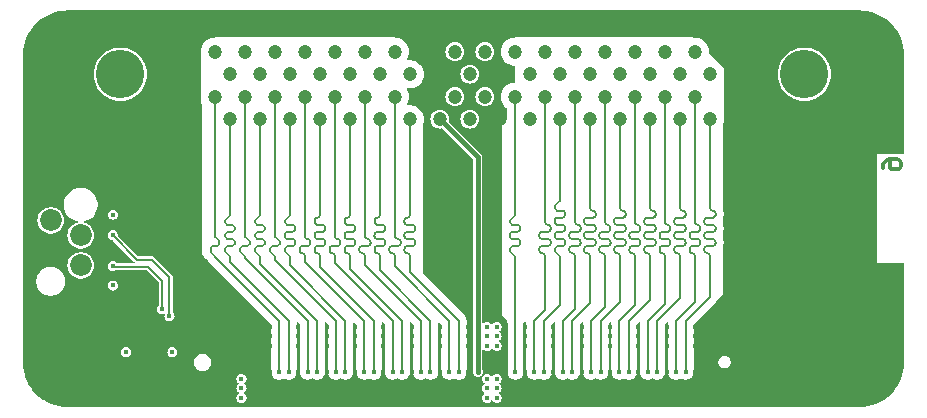
<source format=gbl>
G04 #@! TF.GenerationSoftware,KiCad,Pcbnew,8.0.6*
G04 #@! TF.CreationDate,2024-11-07T02:27:38-08:00*
G04 #@! TF.ProjectId,mse-68-hd,6d73652d-3638-42d6-9864-2e6b69636164,1*
G04 #@! TF.SameCoordinates,Original*
G04 #@! TF.FileFunction,Copper,L6,Bot*
G04 #@! TF.FilePolarity,Positive*
%FSLAX46Y46*%
G04 Gerber Fmt 4.6, Leading zero omitted, Abs format (unit mm)*
G04 Created by KiCad (PCBNEW 8.0.6) date 2024-11-07 02:27:38*
%MOMM*%
%LPD*%
G01*
G04 APERTURE LIST*
%ADD10C,0.300000*%
G04 #@! TA.AperFunction,NonConductor*
%ADD11C,0.300000*%
G04 #@! TD*
G04 #@! TA.AperFunction,ComponentPad*
%ADD12C,1.200000*%
G04 #@! TD*
G04 #@! TA.AperFunction,ComponentPad*
%ADD13C,4.100000*%
G04 #@! TD*
G04 #@! TA.AperFunction,ComponentPad*
%ADD14C,6.400000*%
G04 #@! TD*
G04 #@! TA.AperFunction,ComponentPad*
%ADD15C,1.850000*%
G04 #@! TD*
G04 #@! TA.AperFunction,ViaPad*
%ADD16C,0.450000*%
G04 #@! TD*
G04 #@! TA.AperFunction,Conductor*
%ADD17C,0.200000*%
G04 #@! TD*
G04 #@! TA.AperFunction,Conductor*
%ADD18C,0.151400*%
G04 #@! TD*
G04 #@! TA.AperFunction,Conductor*
%ADD19C,0.400000*%
G04 #@! TD*
G04 APERTURE END LIST*
D10*
D11*
X-1999172Y20464285D02*
X-1999172Y20750000D01*
X-1999172Y20750000D02*
X-1927743Y20892857D01*
X-1927743Y20892857D02*
X-1856315Y20964285D01*
X-1856315Y20964285D02*
X-1642029Y21107143D01*
X-1642029Y21107143D02*
X-1356315Y21178571D01*
X-1356315Y21178571D02*
X-784886Y21178571D01*
X-784886Y21178571D02*
X-642029Y21107143D01*
X-642029Y21107143D02*
X-570600Y21035714D01*
X-570600Y21035714D02*
X-499172Y20892857D01*
X-499172Y20892857D02*
X-499172Y20607143D01*
X-499172Y20607143D02*
X-570600Y20464285D01*
X-570600Y20464285D02*
X-642029Y20392857D01*
X-642029Y20392857D02*
X-784886Y20321428D01*
X-784886Y20321428D02*
X-1142029Y20321428D01*
X-1142029Y20321428D02*
X-1284886Y20392857D01*
X-1284886Y20392857D02*
X-1356315Y20464285D01*
X-1356315Y20464285D02*
X-1427743Y20607143D01*
X-1427743Y20607143D02*
X-1427743Y20892857D01*
X-1427743Y20892857D02*
X-1356315Y21035714D01*
X-1356315Y21035714D02*
X-1284886Y21107143D01*
X-1284886Y21107143D02*
X-1142029Y21178571D01*
D12*
G04 #@! TO.P,J4,1,Pin_1*
G04 #@! TO.N,/CON.DB12+*
X-58550000Y26484001D03*
G04 #@! TO.P,J4,2,Pin_2*
G04 #@! TO.N,/CON.DB13+*
X-57280000Y24579000D03*
G04 #@! TO.P,J4,3,Pin_3*
G04 #@! TO.N,/CON.DB14+*
X-56010000Y26484001D03*
G04 #@! TO.P,J4,4,Pin_4*
G04 #@! TO.N,/CON.DB15+*
X-54739999Y24579000D03*
G04 #@! TO.P,J4,5,Pin_5*
G04 #@! TO.N,/CON.DP1+*
X-53470000Y26484001D03*
G04 #@! TO.P,J4,6,Pin_6*
G04 #@! TO.N,/CON.DB0+*
X-52199999Y24579000D03*
G04 #@! TO.P,J4,7,Pin_7*
G04 #@! TO.N,/CON.DB1+*
X-50930000Y26484000D03*
G04 #@! TO.P,J4,8,Pin_8*
G04 #@! TO.N,/CON.DB2+*
X-49659999Y24579000D03*
G04 #@! TO.P,J4,9,Pin_9*
G04 #@! TO.N,/CON.DB3+*
X-48390000Y26484001D03*
G04 #@! TO.P,J4,10,Pin_10*
G04 #@! TO.N,/CON.DB4+*
X-47119999Y24579000D03*
G04 #@! TO.P,J4,11,Pin_11*
G04 #@! TO.N,/CON.DB5+*
X-45850000Y26484001D03*
G04 #@! TO.P,J4,12,Pin_12*
G04 #@! TO.N,/CON.DB6+*
X-44579998Y24579000D03*
G04 #@! TO.P,J4,13,Pin_13*
G04 #@! TO.N,/CON.DB7+*
X-43310000Y26484001D03*
G04 #@! TO.P,J4,14,Pin_14*
G04 #@! TO.N,/CON.DP0+*
X-42039999Y24579000D03*
G04 #@! TO.P,J4,15,Pin_15*
G04 #@! TO.N,GND*
X-40770000Y26484000D03*
G04 #@! TO.P,J4,16,Pin_16*
G04 #@! TO.N,/CON.DIFFSENSE*
X-39499999Y24579000D03*
G04 #@! TO.P,J4,17,Pin_17*
G04 #@! TO.N,/CON.TERMPWR*
X-38230000Y26484000D03*
G04 #@! TO.P,J4,18,Pin_18*
X-36959999Y24579000D03*
G04 #@! TO.P,J4,19,Pin_19*
G04 #@! TO.N,unconnected-(J4-Pin_19-Pad19)*
X-35690000Y26484001D03*
G04 #@! TO.P,J4,20,Pin_20*
G04 #@! TO.N,GND*
X-34420000Y24579000D03*
G04 #@! TO.P,J4,21,Pin_21*
G04 #@! TO.N,/CON.ATN+*
X-33150000Y26484001D03*
G04 #@! TO.P,J4,22,Pin_22*
G04 #@! TO.N,GND*
X-31879999Y24579000D03*
G04 #@! TO.P,J4,23,Pin_23*
G04 #@! TO.N,/CON.BSY+*
X-30610000Y26484001D03*
G04 #@! TO.P,J4,24,Pin_24*
G04 #@! TO.N,/CON.ACK+*
X-29339999Y24579000D03*
G04 #@! TO.P,J4,25,Pin_25*
G04 #@! TO.N,/CON.RST+*
X-28070000Y26484000D03*
G04 #@! TO.P,J4,26,Pin_26*
G04 #@! TO.N,/CON.MSG+*
X-26799999Y24579000D03*
G04 #@! TO.P,J4,27,Pin_27*
G04 #@! TO.N,/CON.SEL+*
X-25530000Y26484001D03*
G04 #@! TO.P,J4,28,Pin_28*
G04 #@! TO.N,/CON.C{slash}D+*
X-24259999Y24579000D03*
G04 #@! TO.P,J4,29,Pin_29*
G04 #@! TO.N,/CON.REQ+*
X-22990000Y26484001D03*
G04 #@! TO.P,J4,30,Pin_30*
G04 #@! TO.N,/CON.I{slash}O+*
X-21719998Y24579000D03*
G04 #@! TO.P,J4,31,Pin_31*
G04 #@! TO.N,/CON.DB8+*
X-20450000Y26484001D03*
G04 #@! TO.P,J4,32,Pin_32*
G04 #@! TO.N,/CON.DB9+*
X-19179999Y24579000D03*
G04 #@! TO.P,J4,33,Pin_33*
G04 #@! TO.N,/CON.DB10+*
X-17910000Y26484000D03*
G04 #@! TO.P,J4,34,Pin_34*
G04 #@! TO.N,/CON.DB11+*
X-16639999Y24579000D03*
G04 #@! TO.P,J4,35,Pin_35*
G04 #@! TO.N,/CON.DB12-*
X-58550000Y30294000D03*
G04 #@! TO.P,J4,36,Pin_36*
G04 #@! TO.N,/CON.DB13-*
X-57280000Y28389000D03*
G04 #@! TO.P,J4,37,Pin_37*
G04 #@! TO.N,/CON.DB14-*
X-56010000Y30294000D03*
G04 #@! TO.P,J4,38,Pin_38*
G04 #@! TO.N,/CON.DB15-*
X-54740000Y28389000D03*
G04 #@! TO.P,J4,39,Pin_39*
G04 #@! TO.N,/CON.DP1-*
X-53470000Y30294000D03*
G04 #@! TO.P,J4,40,Pin_40*
G04 #@! TO.N,/CON.DB0-*
X-52200000Y28389000D03*
G04 #@! TO.P,J4,41,Pin_41*
G04 #@! TO.N,/CON.DB1-*
X-50930000Y30294000D03*
G04 #@! TO.P,J4,42,Pin_42*
G04 #@! TO.N,/CON.DB2-*
X-49660000Y28389000D03*
G04 #@! TO.P,J4,43,Pin_43*
G04 #@! TO.N,/CON.DB3-*
X-48390000Y30294000D03*
G04 #@! TO.P,J4,44,Pin_44*
G04 #@! TO.N,/CON.DB4-*
X-47120000Y28389000D03*
G04 #@! TO.P,J4,45,Pin_45*
G04 #@! TO.N,/CON.DB5-*
X-45850000Y30294000D03*
G04 #@! TO.P,J4,46,Pin_46*
G04 #@! TO.N,/CON.DB6-*
X-44580000Y28389000D03*
G04 #@! TO.P,J4,47,Pin_47*
G04 #@! TO.N,/CON.DB7-*
X-43310000Y30294000D03*
G04 #@! TO.P,J4,48,Pin_48*
G04 #@! TO.N,/CON.DP0-*
X-42040000Y28389000D03*
G04 #@! TO.P,J4,49,Pin_49*
G04 #@! TO.N,GND*
X-40770000Y30294000D03*
G04 #@! TO.P,J4,50,Pin_50*
X-39500000Y28389000D03*
G04 #@! TO.P,J4,51,Pin_51*
G04 #@! TO.N,/CON.TERMPWR*
X-38230000Y30294000D03*
G04 #@! TO.P,J4,52,Pin_52*
X-36960000Y28389000D03*
G04 #@! TO.P,J4,53,Pin_53*
G04 #@! TO.N,unconnected-(J4-Pin_53-Pad53)*
X-35690000Y30294000D03*
G04 #@! TO.P,J4,54,Pin_54*
G04 #@! TO.N,GND*
X-34420000Y28389000D03*
G04 #@! TO.P,J4,55,Pin_55*
G04 #@! TO.N,/CON.ATN-*
X-33150000Y30294000D03*
G04 #@! TO.P,J4,56,Pin_56*
G04 #@! TO.N,GND*
X-31880000Y28389000D03*
G04 #@! TO.P,J4,57,Pin_57*
G04 #@! TO.N,/CON.BSY-*
X-30610000Y30294000D03*
G04 #@! TO.P,J4,58,Pin_58*
G04 #@! TO.N,/CON.ACK-*
X-29340000Y28389000D03*
G04 #@! TO.P,J4,59,Pin_59*
G04 #@! TO.N,/CON.RST-*
X-28070000Y30294000D03*
G04 #@! TO.P,J4,60,Pin_60*
G04 #@! TO.N,/CON.MSG-*
X-26800000Y28389000D03*
G04 #@! TO.P,J4,61,Pin_61*
G04 #@! TO.N,/CON.SEL-*
X-25530000Y30294000D03*
G04 #@! TO.P,J4,62,Pin_62*
G04 #@! TO.N,/CON.C{slash}D-*
X-24260000Y28389000D03*
G04 #@! TO.P,J4,63,Pin_63*
G04 #@! TO.N,/CON.REQ-*
X-22990000Y30294000D03*
G04 #@! TO.P,J4,64,Pin_64*
G04 #@! TO.N,/CON.I{slash}O-*
X-21720000Y28389000D03*
G04 #@! TO.P,J4,65,Pin_65*
G04 #@! TO.N,/CON.DB8-*
X-20450000Y30294000D03*
G04 #@! TO.P,J4,66,Pin_66*
G04 #@! TO.N,/CON.DB9-*
X-19180000Y28389000D03*
G04 #@! TO.P,J4,67,Pin_67*
G04 #@! TO.N,/CON.DB10-*
X-17910000Y30294000D03*
G04 #@! TO.P,J4,68,Pin_68*
G04 #@! TO.N,/CON.DB11-*
X-16640000Y28389000D03*
D13*
G04 #@! TO.P,J4,SHIELD,SHIELD*
G04 #@! TO.N,/SHIELD*
X-8639000Y28389000D03*
X-66550000Y28389000D03*
G04 #@! TD*
D14*
G04 #@! TO.P,H4,1,1*
G04 #@! TO.N,GND*
X-4000000Y4000000D03*
G04 #@! TD*
D15*
G04 #@! TO.P,J3,1,Pin_1*
G04 #@! TO.N,+3V3*
X-72440000Y16010000D03*
G04 #@! TO.P,J3,2,Pin_2*
G04 #@! TO.N,/PHY.ID_SDA*
X-69900000Y14740000D03*
G04 #@! TO.P,J3,3,Pin_3*
G04 #@! TO.N,GND*
X-72440000Y13470000D03*
G04 #@! TO.P,J3,4,Pin_4*
G04 #@! TO.N,/PHY.ID_SCL*
X-69900000Y12200000D03*
G04 #@! TD*
D14*
G04 #@! TO.P,H3,1,1*
G04 #@! TO.N,GND*
X-71000000Y4000000D03*
G04 #@! TD*
D16*
G04 #@! TO.N,GND*
X-20300000Y5400000D03*
X-22700000Y1800000D03*
X-49100000Y1800000D03*
X-53900000Y1000000D03*
X-29900000Y2600000D03*
X-39500000Y6200000D03*
X-53900000Y3200000D03*
X-39500000Y1800000D03*
X-44300000Y7000000D03*
X-49100000Y6200000D03*
X-64650000Y4000000D03*
X-46700000Y6200000D03*
X-51500000Y2600000D03*
X-27500000Y2600000D03*
X-39500000Y7000000D03*
X-32300000Y1800000D03*
X-53900000Y5400000D03*
X-20300000Y1800000D03*
X-53900000Y2600000D03*
X-37100000Y5400000D03*
X-44300000Y3200000D03*
X-63600000Y4000000D03*
X-25100000Y7000000D03*
X-39500000Y5400000D03*
X-51500000Y3200000D03*
X-33900000Y1000000D03*
X-29900000Y3200000D03*
X-41900000Y1000000D03*
X-22700000Y3200000D03*
X-64100000Y4500000D03*
X-33900000Y2600000D03*
X-49100000Y2600000D03*
X-33900000Y6200000D03*
X-51500000Y5400000D03*
X-44300000Y6200000D03*
X-27500000Y6200000D03*
X-39500000Y1000000D03*
X-25100000Y1800000D03*
X-41900000Y7000000D03*
X-53900000Y7000000D03*
X-41900000Y6200000D03*
X-27500000Y5400000D03*
X-54700000Y6200000D03*
X-29900000Y1000000D03*
X-20300000Y1000000D03*
X-53900000Y1800000D03*
X-51500000Y6200000D03*
X-20300000Y2600000D03*
X-32300000Y3200000D03*
X-22700000Y1000000D03*
X-44300000Y5400000D03*
X-33900000Y1800000D03*
X-32300000Y5400000D03*
X-20300000Y6200000D03*
X-37100000Y6200000D03*
X-25100000Y2600000D03*
X-37100000Y7000000D03*
X-39500000Y2600000D03*
X-25100000Y6200000D03*
X-17900000Y3200000D03*
X-33900000Y7000000D03*
X-51500000Y7000000D03*
X-54700000Y7000000D03*
X-29900000Y7000000D03*
X-44300000Y1800000D03*
X-22700000Y2600000D03*
X-46700000Y3200000D03*
X-17900000Y5400000D03*
X-41900000Y2600000D03*
X-17900000Y7000000D03*
X-25100000Y3200000D03*
X-44300000Y1000000D03*
X-32300000Y7000000D03*
X-51500000Y1800000D03*
X-54700000Y5400000D03*
X-22700000Y6200000D03*
X-57100000Y5400000D03*
X-37100000Y1800000D03*
X-46700000Y1000000D03*
X-25100000Y1000000D03*
X-32300000Y2600000D03*
X-44300000Y2600000D03*
X-46700000Y5400000D03*
X-54700000Y1800000D03*
X-22700000Y7000000D03*
X-46700000Y2600000D03*
X-20300000Y3200000D03*
X-37100000Y1000000D03*
X-37100000Y2600000D03*
X-51500000Y1000000D03*
X-33900000Y3200000D03*
X-17900000Y1000000D03*
X-20300000Y7000000D03*
X-57100000Y6200000D03*
X-32300000Y1000000D03*
X-49100000Y3200000D03*
X-33900000Y5400000D03*
X-46700000Y1800000D03*
X-29900000Y5400000D03*
X-27500000Y1800000D03*
X-27500000Y3200000D03*
X-41900000Y1800000D03*
X-53900000Y6200000D03*
X-41900000Y5400000D03*
X-29900000Y6200000D03*
X-49100000Y5400000D03*
X-37100000Y3200000D03*
X-54700000Y2600000D03*
X-49100000Y7000000D03*
X-49100000Y1000000D03*
X-39500000Y3200000D03*
X-41900000Y3200000D03*
X-46700000Y7000000D03*
X-29900000Y1800000D03*
X-25100000Y5400000D03*
X-64100000Y3500000D03*
X-32300000Y6200000D03*
X-17900000Y6200000D03*
X-27500000Y1000000D03*
X-57100000Y7000000D03*
X-22700000Y5400000D03*
X-17900000Y2600000D03*
X-54700000Y1000000D03*
X-17900000Y1800000D03*
X-27500000Y7000000D03*
X-66050000Y3150000D03*
G04 #@! TO.N,/PHY.ID_SCL*
X-67200000Y12150000D03*
X-63000000Y8500000D03*
G04 #@! TO.N,+3V3*
X-56300000Y1800000D03*
X-67200000Y16500000D03*
X-67200000Y10500000D03*
X-66050000Y4850000D03*
X-56300000Y1000000D03*
X-56300000Y2600000D03*
X-62150000Y4850000D03*
G04 #@! TO.N,/PHY.ID_SDA*
X-67200000Y14750000D03*
X-62400000Y7900000D03*
G04 #@! TO.N,/CON.C{slash}D+*
X-25900000Y3200000D03*
G04 #@! TO.N,/CON.ACK+*
X-30700000Y3200000D03*
G04 #@! TO.N,/CON.TERMPWR*
X-34700000Y2600000D03*
X-34700000Y1800000D03*
X-34700000Y6200000D03*
X-35500000Y1000000D03*
X-35500000Y5400000D03*
X-34700000Y5400000D03*
X-35500000Y7000000D03*
X-35500000Y1800000D03*
X-35500000Y6200000D03*
X-34700000Y1000000D03*
X-34700000Y7000000D03*
X-35500000Y2600000D03*
G04 #@! TO.N,/CON.DP1+*
X-48300000Y3200000D03*
G04 #@! TO.N,/CON.BSY+*
X-31500000Y3200000D03*
G04 #@! TO.N,/CON.DB5+*
X-41100000Y3200000D03*
G04 #@! TO.N,/CON.DP0+*
X-37900000Y3200000D03*
G04 #@! TO.N,/CON.SEL+*
X-26700000Y3200000D03*
G04 #@! TO.N,/CON.ATN+*
X-33100000Y3200000D03*
G04 #@! TO.N,/CON.DB9+*
X-21100000Y3200000D03*
G04 #@! TO.N,/CON.DB11+*
X-18700000Y3200000D03*
G04 #@! TO.N,/CON.DB7+*
X-38700000Y3200000D03*
G04 #@! TO.N,/CON.DB13+*
X-52300000Y3200000D03*
G04 #@! TO.N,/CON.REQ+*
X-24300000Y3200000D03*
G04 #@! TO.N,/CON.DB8+*
X-21900000Y3200000D03*
G04 #@! TO.N,/CON.MSG+*
X-28300000Y3200000D03*
G04 #@! TO.N,/CON.DB3+*
X-43500000Y3200000D03*
G04 #@! TO.N,/CON.DIFFSENSE*
X-36300000Y3200000D03*
G04 #@! TO.N,/CON.I{slash}O+*
X-23500000Y3200000D03*
G04 #@! TO.N,/CON.DB4+*
X-42700000Y3200000D03*
G04 #@! TO.N,/CON.DB15+*
X-49900000Y3200000D03*
G04 #@! TO.N,/CON.RST+*
X-29100000Y3200000D03*
G04 #@! TO.N,/CON.DB10+*
X-19500000Y3200000D03*
G04 #@! TO.N,/CON.DB6+*
X-40300000Y3200000D03*
G04 #@! TO.N,/CON.DB1+*
X-45900000Y3200000D03*
G04 #@! TO.N,/CON.DB2+*
X-45100000Y3200000D03*
G04 #@! TO.N,/CON.DB0+*
X-47500000Y3200000D03*
G04 #@! TO.N,/CON.DB14+*
X-50700000Y3200000D03*
G04 #@! TO.N,/CON.DB12+*
X-53100000Y3200000D03*
G04 #@! TD*
D17*
G04 #@! TO.N,/PHY.ID_SCL*
X-64200000Y12100000D02*
X-67150000Y12100000D01*
X-67150000Y12100000D02*
X-67200000Y12150000D01*
X-63000000Y10900000D02*
X-64200000Y12100000D01*
X-63000000Y8500000D02*
X-63000000Y10900000D01*
G04 #@! TO.N,/PHY.ID_SDA*
X-62400000Y11200000D02*
X-63900000Y12700000D01*
X-65150000Y12700000D02*
X-67200000Y14750000D01*
X-62400000Y7900000D02*
X-62400000Y11200000D01*
X-63900000Y12700000D02*
X-65150000Y12700000D01*
D18*
G04 #@! TO.N,/CON.C{slash}D+*
X-23765753Y16480000D02*
X-23765753Y16600000D01*
X-23765775Y14080000D02*
X-23765775Y14200000D01*
X-24019999Y16240000D02*
X-24005753Y16240000D01*
X-24514245Y15040000D02*
X-24259999Y15040000D01*
X-24259999Y17080000D02*
X-24259999Y17200000D01*
X-24259999Y15040000D02*
X-24005775Y15040000D01*
X-24259999Y22000000D02*
X-24259999Y24579000D01*
X-24259999Y15640000D02*
X-24514245Y15640000D01*
X-24754245Y14680000D02*
X-24754245Y14800000D01*
X-24259999Y16240000D02*
X-24019999Y16240000D01*
X-24499999Y13840000D02*
X-24259999Y13840000D01*
X-23765775Y15280000D02*
X-23765775Y15400000D01*
X-25900000Y3200000D02*
X-25900000Y7500000D01*
X-24754245Y15880000D02*
X-24754245Y16000000D01*
X-24259999Y14440000D02*
X-24514245Y14440000D01*
X-24259999Y17200000D02*
X-24259999Y22000000D01*
X-24754223Y13480000D02*
X-24754223Y13600000D01*
X-24005775Y15640000D02*
X-24259999Y15640000D01*
X-24005775Y14440000D02*
X-24259999Y14440000D01*
X-24499999Y13240000D02*
X-24514223Y13240000D01*
X-24514223Y13840000D02*
X-24499999Y13840000D01*
X-24005753Y16840000D02*
X-24019999Y16840000D01*
X-24259999Y9140001D02*
X-24259999Y13000000D01*
X-24259999Y13840000D02*
X-24005775Y13840000D01*
X-25900000Y7500000D02*
X-24259999Y9140001D01*
X-24514245Y16240000D02*
X-24259999Y16240000D01*
X-23765775Y14200000D02*
G75*
G03*
X-24005775Y14440025I-240025J0D01*
G01*
X-24019999Y16840000D02*
G75*
G02*
X-24260000Y17080000I-1J240000D01*
G01*
X-24754245Y16000000D02*
G75*
G02*
X-24514245Y16240045I240045J0D01*
G01*
X-23765753Y16600000D02*
G75*
G03*
X-24005753Y16840047I-240047J0D01*
G01*
X-24514245Y15640000D02*
G75*
G02*
X-24754200Y15880000I45J240000D01*
G01*
X-23765775Y15400000D02*
G75*
G03*
X-24005775Y15640025I-240025J0D01*
G01*
X-24259999Y13000000D02*
G75*
G03*
X-24499999Y13240001I-240001J0D01*
G01*
X-24005753Y16240000D02*
G75*
G03*
X-23765800Y16480000I-47J240000D01*
G01*
X-24005775Y13840000D02*
G75*
G03*
X-23765800Y14080000I-25J240000D01*
G01*
X-24514223Y13240000D02*
G75*
G02*
X-24754200Y13480000I23J240000D01*
G01*
X-24005775Y15040000D02*
G75*
G03*
X-23765800Y15280000I-25J240000D01*
G01*
X-24754223Y13600000D02*
G75*
G02*
X-24514223Y13840023I240023J0D01*
G01*
X-24754245Y14800000D02*
G75*
G02*
X-24514245Y15040045I240045J0D01*
G01*
X-24514245Y14440000D02*
G75*
G02*
X-24754200Y14680000I45J240000D01*
G01*
G04 #@! TO.N,/CON.ACK+*
X-29121253Y16840000D02*
X-29339999Y16840000D01*
X-30700000Y7500000D02*
X-29339999Y8860001D01*
X-29558760Y16240000D02*
X-29339999Y16240000D01*
X-29770767Y13430768D02*
X-29770767Y13624616D01*
X-29555383Y13840000D02*
X-29339999Y13840000D01*
X-29121251Y15640000D02*
X-29339999Y15640000D01*
X-29339999Y16840000D02*
X-29555395Y16840000D01*
X-29558748Y15040000D02*
X-29339999Y15040000D01*
X-29121253Y14440000D02*
X-29339999Y14440000D01*
X-29339999Y13840000D02*
X-29121253Y13840000D01*
X-29339999Y15040000D02*
X-29121251Y15040000D01*
X-28902504Y15258747D02*
X-28902504Y15421253D01*
X-28902507Y14058746D02*
X-28902507Y14221254D01*
X-29777520Y15858760D02*
X-29777520Y16021240D01*
X-29770791Y17055396D02*
X-29770791Y17224604D01*
X-29339999Y15640000D02*
X-29558760Y15640000D01*
X-30700000Y3200000D02*
X-30700000Y7500000D01*
X-29339999Y17655396D02*
X-29339999Y17800000D01*
X-29339999Y22000000D02*
X-29339999Y24579000D01*
X-29339999Y16240000D02*
X-29121253Y16240000D01*
X-28902507Y16458746D02*
X-28902507Y16621254D01*
X-29339999Y8860001D02*
X-29339999Y13000000D01*
X-29777497Y14658749D02*
X-29777497Y14821251D01*
X-29339999Y17800000D02*
X-29339999Y22000000D01*
X-29339999Y14440000D02*
X-29558748Y14440000D01*
X-28902507Y16621254D02*
G75*
G03*
X-29121253Y16840093I-218793J46D01*
G01*
X-29777497Y14821251D02*
G75*
G02*
X-29558748Y15040097I218797J49D01*
G01*
X-29555383Y13215384D02*
G75*
G02*
X-29770816Y13430768I-17J215416D01*
G01*
X-29555395Y16840000D02*
G75*
G02*
X-29770800Y17055396I-5J215400D01*
G01*
X-28902507Y14221254D02*
G75*
G03*
X-29121253Y14440093I-218793J46D01*
G01*
X-29558748Y14440000D02*
G75*
G02*
X-29777400Y14658749I48J218700D01*
G01*
X-29121253Y13840000D02*
G75*
G03*
X-28902600Y14058746I-47J218700D01*
G01*
X-29121253Y16240000D02*
G75*
G03*
X-28902600Y16458746I-47J218700D01*
G01*
X-29770791Y17224604D02*
G75*
G02*
X-29555395Y17439991I215391J-4D01*
G01*
X-29121251Y15040000D02*
G75*
G03*
X-28902600Y15258747I-49J218700D01*
G01*
X-29777520Y16021240D02*
G75*
G02*
X-29558760Y16239920I218720J-40D01*
G01*
X-29558760Y15640000D02*
G75*
G02*
X-29777600Y15858760I-40J218800D01*
G01*
X-29770767Y13624616D02*
G75*
G02*
X-29555383Y13839967I215367J-16D01*
G01*
X-29555395Y17440000D02*
G75*
G03*
X-29340000Y17655396I-5J215400D01*
G01*
X-29339999Y13000000D02*
G75*
G03*
X-29555383Y13215401I-215401J0D01*
G01*
X-28902504Y15421253D02*
G75*
G03*
X-29121251Y15640096I-218796J47D01*
G01*
G04 #@! TO.N,/CON.DP1+*
X-53470000Y12670000D02*
X-53470000Y13000000D01*
X-48300000Y3200000D02*
X-48300000Y7500000D01*
X-53470000Y14646722D02*
X-53470000Y14800000D01*
X-53470000Y14800000D02*
X-53470000Y22000000D01*
X-53056556Y14046722D02*
X-53056556Y14233278D01*
X-53470000Y22000000D02*
X-53470000Y26484001D01*
X-48300000Y7500000D02*
X-53470000Y12670000D01*
X-53883450Y13413450D02*
X-53883450Y13633275D01*
X-53676725Y13840000D02*
X-53470000Y13840000D01*
X-53470000Y13840000D02*
X-53263278Y13840000D01*
X-53263278Y14440000D02*
G75*
G02*
X-53470000Y14646722I-22J206700D01*
G01*
X-53470000Y13000000D02*
G75*
G03*
X-53676725Y13206700I-206700J0D01*
G01*
X-53056556Y14233278D02*
G75*
G03*
X-53263278Y14440044I-206744J22D01*
G01*
X-53676725Y13206725D02*
G75*
G02*
X-53883375Y13413450I25J206675D01*
G01*
X-53883450Y13633275D02*
G75*
G02*
X-53676725Y13840050I206750J25D01*
G01*
X-53263278Y13840000D02*
G75*
G03*
X-53056600Y14046722I-22J206700D01*
G01*
G04 #@! TO.N,/CON.BSY+*
X-30359448Y15640000D02*
X-30370000Y15640000D01*
X-30610000Y15880000D02*
X-30610000Y16000000D01*
X-30359454Y14440000D02*
X-30610000Y14440000D01*
X-30850000Y13240000D02*
X-30860546Y13240000D01*
X-31100548Y14680000D02*
X-31100548Y14800000D01*
X-30610000Y15040000D02*
X-30370000Y15040000D01*
X-30610000Y14440000D02*
X-30860548Y14440000D01*
X-31500000Y3200000D02*
X-31500000Y7500000D01*
X-30119448Y15280000D02*
X-30119448Y15400000D01*
X-30860546Y13840000D02*
X-30850000Y13840000D01*
X-30860548Y15040000D02*
X-30610000Y15040000D01*
X-30119454Y14080000D02*
X-30119454Y14200000D01*
X-30370000Y15040000D02*
X-30359448Y15040000D01*
X-30610000Y22000000D02*
X-30610000Y26484001D01*
X-30610000Y8390000D02*
X-30610000Y13000000D01*
X-30610000Y13840000D02*
X-30359454Y13840000D01*
X-31100546Y13480000D02*
X-31100546Y13600000D01*
X-30610000Y16000000D02*
X-30610000Y22000000D01*
X-31500000Y7500000D02*
X-30610000Y8390000D01*
X-30850000Y13840000D02*
X-30610000Y13840000D01*
X-30860546Y13240000D02*
G75*
G02*
X-31100500Y13480000I46J240000D01*
G01*
X-30359448Y15040000D02*
G75*
G03*
X-30119400Y15280000I48J240000D01*
G01*
X-31100548Y14800000D02*
G75*
G02*
X-30860548Y15040048I240048J0D01*
G01*
X-30119448Y15400000D02*
G75*
G03*
X-30359448Y15639952I-239952J0D01*
G01*
X-30359454Y13840000D02*
G75*
G03*
X-30119500Y14080000I-46J240000D01*
G01*
X-30119454Y14200000D02*
G75*
G03*
X-30359454Y14440046I-240046J0D01*
G01*
X-31100546Y13600000D02*
G75*
G02*
X-30860546Y13840046I240046J0D01*
G01*
X-30610000Y13000000D02*
G75*
G03*
X-30850000Y13240000I-240000J0D01*
G01*
X-30860548Y14440000D02*
G75*
G02*
X-31100500Y14680000I48J240000D01*
G01*
X-30370000Y15640000D02*
G75*
G02*
X-30610000Y15880000I0J240000D01*
G01*
G04 #@! TO.N,/CON.DB5+*
X-41100000Y3200000D02*
X-41100000Y7500000D01*
X-45850000Y14678790D02*
X-45850000Y14800000D01*
X-46327580Y13477580D02*
X-46327580Y13601210D01*
X-46088790Y13840000D02*
X-45850000Y13840000D01*
X-45372420Y14078790D02*
X-45372420Y14201210D01*
X-41100000Y7500000D02*
X-45850000Y12250000D01*
X-45850000Y13840000D02*
X-45611210Y13840000D01*
X-45850000Y12250000D02*
X-45850000Y13000000D01*
X-45850000Y22000000D02*
X-45850000Y26484001D01*
X-45850000Y14800000D02*
X-45850000Y22000000D01*
X-46327580Y13601210D02*
G75*
G02*
X-46088790Y13839980I238780J-10D01*
G01*
X-45850000Y13000000D02*
G75*
G03*
X-46088790Y13238800I-238800J0D01*
G01*
X-45372420Y14201210D02*
G75*
G03*
X-45611210Y14439980I-238780J-10D01*
G01*
X-45611210Y14440000D02*
G75*
G02*
X-45850000Y14678790I10J238800D01*
G01*
X-45611210Y13840000D02*
G75*
G03*
X-45372400Y14078790I10J238800D01*
G01*
X-46088790Y13238790D02*
G75*
G02*
X-46327610Y13477580I-10J238810D01*
G01*
G04 #@! TO.N,/CON.DP0+*
X-41807051Y15640000D02*
X-42039999Y15640000D01*
X-42039999Y16471822D02*
X-42039999Y16600000D01*
X-41574104Y15272947D02*
X-41574104Y15407053D01*
X-42039999Y16600000D02*
X-42039999Y22000000D01*
X-42503643Y15871822D02*
X-42503643Y16008178D01*
X-42505894Y14672947D02*
X-42505894Y14807053D01*
X-42503647Y13463648D02*
X-42503647Y13608176D01*
X-42272947Y15040000D02*
X-42039999Y15040000D01*
X-37900000Y3200000D02*
X-37900000Y7500000D01*
X-42039999Y11639999D02*
X-42039999Y13000000D01*
X-42039999Y15040000D02*
X-41807051Y15040000D01*
X-41574104Y14072947D02*
X-41574104Y14207053D01*
X-37900000Y7500000D02*
X-42039999Y11639999D01*
X-42039999Y14440000D02*
X-42272947Y14440000D01*
X-42271823Y13840000D02*
X-42039999Y13840000D01*
X-42039999Y15640000D02*
X-42271821Y15640000D01*
X-42039999Y22000000D02*
X-42039999Y24579000D01*
X-41807051Y14440000D02*
X-42039999Y14440000D01*
X-42039999Y13840000D02*
X-41807051Y13840000D01*
X-42503647Y13608176D02*
G75*
G02*
X-42271823Y13840047I231847J24D01*
G01*
X-42503643Y16008178D02*
G75*
G02*
X-42271821Y16240043I231843J22D01*
G01*
X-41574104Y14207053D02*
G75*
G03*
X-41807051Y14440096I-232996J47D01*
G01*
X-41574104Y15407053D02*
G75*
G03*
X-41807051Y15640096I-232996J47D01*
G01*
X-42271821Y16240000D02*
G75*
G03*
X-42040000Y16471822I21J231800D01*
G01*
X-41807051Y13840000D02*
G75*
G03*
X-41574200Y14072947I-49J232900D01*
G01*
X-42271823Y13231824D02*
G75*
G02*
X-42503576Y13463648I23J231776D01*
G01*
X-42505894Y14807053D02*
G75*
G02*
X-42272947Y15040094I232994J47D01*
G01*
X-42272947Y14440000D02*
G75*
G02*
X-42505800Y14672947I47J232900D01*
G01*
X-42039999Y13000000D02*
G75*
G03*
X-42271823Y13231801I-231801J0D01*
G01*
X-42271821Y15640000D02*
G75*
G02*
X-42503600Y15871822I21J231800D01*
G01*
X-41807051Y15040000D02*
G75*
G03*
X-41574200Y15272947I-49J232900D01*
G01*
G04 #@! TO.N,/CON.SEL+*
X-25055830Y15277085D02*
X-25055830Y15402915D01*
X-25530000Y13840000D02*
X-25292517Y13840000D01*
X-25767085Y13840000D02*
X-25530000Y13840000D01*
X-26004170Y13474170D02*
X-26004170Y13602915D01*
X-26700000Y3200000D02*
X-26700000Y7500000D01*
X-25530000Y15877085D02*
X-25530000Y16000000D01*
X-25292517Y14440000D02*
X-25530000Y14440000D01*
X-26004966Y14677483D02*
X-26004966Y14802517D01*
X-25530000Y14440000D02*
X-25767483Y14440000D01*
X-25767483Y15040000D02*
X-25530000Y15040000D01*
X-25530000Y15040000D02*
X-25292915Y15040000D01*
X-25530000Y22000000D02*
X-25530000Y26484001D01*
X-25530000Y8670000D02*
X-25530000Y13000000D01*
X-25530000Y16000000D02*
X-25530000Y22000000D01*
X-25055034Y14077483D02*
X-25055034Y14202517D01*
X-26700000Y7500000D02*
X-25530000Y8670000D01*
X-25292517Y13840000D02*
G75*
G03*
X-25055000Y14077483I17J237500D01*
G01*
X-26004170Y13602915D02*
G75*
G02*
X-25767085Y13839970I237070J-15D01*
G01*
X-25055830Y15402915D02*
G75*
G03*
X-25292915Y15639970I-237070J-15D01*
G01*
X-25292915Y15640000D02*
G75*
G02*
X-25530000Y15877085I15J237100D01*
G01*
X-25055034Y14202517D02*
G75*
G03*
X-25292517Y14439966I-237466J-17D01*
G01*
X-25292915Y15040000D02*
G75*
G03*
X-25055800Y15277085I15J237100D01*
G01*
X-25767483Y14440000D02*
G75*
G02*
X-26005000Y14677483I-17J237500D01*
G01*
X-25767085Y13237085D02*
G75*
G02*
X-26004215Y13474170I-15J237115D01*
G01*
X-26004966Y14802517D02*
G75*
G02*
X-25767483Y15039966I237466J-17D01*
G01*
X-25530000Y13000000D02*
G75*
G03*
X-25767085Y13237100I-237100J0D01*
G01*
G04 #@! TO.N,/CON.ATN+*
X-33582552Y13432552D02*
X-33582552Y13623724D01*
X-33369522Y15040000D02*
X-33150000Y15040000D01*
X-32930478Y14440000D02*
X-33150000Y14440000D01*
X-33150000Y13840000D02*
X-32930478Y13840000D01*
X-33150000Y14440000D02*
X-33369522Y14440000D01*
X-33150000Y7550000D02*
X-33150000Y13000000D01*
X-33100000Y3200000D02*
X-33100000Y7500000D01*
X-33150000Y15040000D02*
X-32930489Y15040000D01*
X-32710979Y15259510D02*
X-32710979Y15420490D01*
X-33150000Y16456282D02*
X-33150000Y16600000D01*
X-33582564Y15856282D02*
X-33582564Y16023718D01*
X-33589044Y14659522D02*
X-33589044Y14820478D01*
X-33150000Y22000000D02*
X-33150000Y26484001D01*
X-33150000Y16600000D02*
X-33150000Y22000000D01*
X-33100000Y7500000D02*
X-33150000Y7550000D01*
X-32930489Y15640000D02*
X-33150000Y15640000D01*
X-32710956Y14059522D02*
X-32710956Y14220478D01*
X-33366276Y13840000D02*
X-33150000Y13840000D01*
X-33150000Y15640000D02*
X-33366282Y15640000D01*
X-33366282Y16240000D02*
G75*
G03*
X-33150000Y16456282I-18J216300D01*
G01*
X-33369522Y14440000D02*
G75*
G02*
X-33589000Y14659522I22J219500D01*
G01*
X-32930478Y13840000D02*
G75*
G03*
X-32711000Y14059522I-22J219500D01*
G01*
X-33582552Y13623724D02*
G75*
G02*
X-33366276Y13839952I216252J-24D01*
G01*
X-32930489Y15040000D02*
G75*
G03*
X-32711000Y15259510I-11J219500D01*
G01*
X-33589044Y14820478D02*
G75*
G02*
X-33369522Y15040044I219544J22D01*
G01*
X-33150000Y13000000D02*
G75*
G03*
X-33366276Y13216300I-216300J0D01*
G01*
X-32710979Y15420490D02*
G75*
G03*
X-32930489Y15640021I-219521J10D01*
G01*
X-33366282Y15640000D02*
G75*
G02*
X-33582600Y15856282I-18J216300D01*
G01*
X-33582564Y16023718D02*
G75*
G02*
X-33366282Y16239964I216264J-18D01*
G01*
X-33366276Y13216276D02*
G75*
G02*
X-33582624Y13432552I-24J216324D01*
G01*
X-32710956Y14220478D02*
G75*
G03*
X-32930478Y14440044I-219544J22D01*
G01*
G04 #@! TO.N,/CON.DB9+*
X-21100000Y3200000D02*
X-21100000Y7500000D01*
X-19179999Y15040000D02*
X-18935450Y15040000D01*
X-19179999Y22000000D02*
X-19179999Y24579000D01*
X-18935452Y16840000D02*
X-18939999Y16840000D01*
X-19179999Y13840000D02*
X-18935439Y13840000D01*
X-18695452Y16480000D02*
X-18695452Y16600000D01*
X-19664559Y13480000D02*
X-19664559Y13600000D01*
X-18935450Y15640000D02*
X-19179999Y15640000D01*
X-19179999Y17080000D02*
X-19179999Y17200000D01*
X-19179999Y16240000D02*
X-18939999Y16240000D01*
X-19179999Y15640000D02*
X-19424550Y15640000D01*
X-19424550Y16240000D02*
X-19179999Y16240000D01*
X-19179999Y17200000D02*
X-19179999Y22000000D01*
X-19179999Y14440000D02*
X-19424553Y14440000D01*
X-19419999Y13240000D02*
X-19424559Y13240000D01*
X-19179999Y9420001D02*
X-19179999Y13000000D01*
X-19419999Y13840000D02*
X-19179999Y13840000D01*
X-18695439Y14080000D02*
X-18695439Y14200000D01*
X-18939999Y16240000D02*
X-18935452Y16240000D01*
X-19424553Y15040000D02*
X-19179999Y15040000D01*
X-18695450Y15280000D02*
X-18695450Y15400000D01*
X-19664553Y14680000D02*
X-19664553Y14800000D01*
X-21100000Y7500000D02*
X-19179999Y9420001D01*
X-19664550Y15880000D02*
X-19664550Y16000000D01*
X-19424559Y13840000D02*
X-19419999Y13840000D01*
X-18935439Y14440000D02*
X-19179999Y14440000D01*
X-18935450Y15040000D02*
G75*
G03*
X-18695400Y15280000I50J240000D01*
G01*
X-19424550Y15640000D02*
G75*
G02*
X-19664600Y15880000I-50J240000D01*
G01*
X-19179999Y13000000D02*
G75*
G03*
X-19419999Y13240001I-240001J0D01*
G01*
X-18935452Y16240000D02*
G75*
G03*
X-18695500Y16480000I-48J240000D01*
G01*
X-18935439Y13840000D02*
G75*
G03*
X-18695400Y14080000I39J240000D01*
G01*
X-18939999Y16840000D02*
G75*
G02*
X-19180000Y17080000I-1J240000D01*
G01*
X-18695452Y16600000D02*
G75*
G03*
X-18935452Y16840048I-240048J0D01*
G01*
X-19424553Y14440000D02*
G75*
G02*
X-19664600Y14680000I-47J240000D01*
G01*
X-18695439Y14200000D02*
G75*
G03*
X-18935439Y14439961I-239961J0D01*
G01*
X-19664550Y16000000D02*
G75*
G02*
X-19424550Y16239950I239950J0D01*
G01*
X-18695450Y15400000D02*
G75*
G03*
X-18935450Y15639950I-239950J0D01*
G01*
X-19664559Y13600000D02*
G75*
G02*
X-19424559Y13839959I239959J0D01*
G01*
X-19664553Y14800000D02*
G75*
G02*
X-19424553Y15039953I239953J0D01*
G01*
X-19424559Y13240000D02*
G75*
G02*
X-19664600Y13480000I-41J240000D01*
G01*
G04 #@! TO.N,/CON.DB11+*
X-18700000Y3200000D02*
X-18700000Y7500000D01*
X-16879824Y15040000D02*
X-16639999Y15040000D01*
X-16639999Y22000000D02*
X-16639999Y24579000D01*
X-16400174Y14440000D02*
X-16639999Y14440000D01*
X-16639999Y16240000D02*
X-16400197Y16240000D01*
X-16879790Y13840000D02*
X-16639999Y13840000D01*
X-16639999Y15040000D02*
X-16400162Y15040000D01*
X-17119649Y15879825D02*
X-17119649Y16000175D01*
X-17119581Y13479582D02*
X-17119581Y13600209D01*
X-16639999Y15640000D02*
X-16879824Y15640000D01*
X-16639999Y17079802D02*
X-16639999Y17200000D01*
X-17119649Y14679825D02*
X-17119649Y14800175D01*
X-16639999Y9560001D02*
X-16639999Y13000000D01*
X-16639999Y14440000D02*
X-16879824Y14440000D01*
X-16879824Y16240000D02*
X-16639999Y16240000D01*
X-18700000Y7500000D02*
X-16639999Y9560001D01*
X-16639999Y13840000D02*
X-16400174Y13840000D01*
X-16160326Y15279836D02*
X-16160326Y15400164D01*
X-16160349Y14079825D02*
X-16160349Y14200175D01*
X-16639999Y17200000D02*
X-16639999Y22000000D01*
X-16400162Y15640000D02*
X-16639999Y15640000D01*
X-16160395Y16479802D02*
X-16160395Y16600198D01*
X-16879824Y14440000D02*
G75*
G02*
X-17119600Y14679825I24J239800D01*
G01*
X-16879790Y13239791D02*
G75*
G02*
X-17119609Y13479582I-10J239809D01*
G01*
X-16400197Y16840000D02*
G75*
G02*
X-16640000Y17079802I-3J239800D01*
G01*
X-16879824Y15640000D02*
G75*
G02*
X-17119600Y15879825I24J239800D01*
G01*
X-16160326Y15400164D02*
G75*
G03*
X-16400162Y15640074I-239874J36D01*
G01*
X-17119581Y13600209D02*
G75*
G02*
X-16879790Y13839981I239781J-9D01*
G01*
X-16400197Y16240000D02*
G75*
G03*
X-16160400Y16479802I-3J239800D01*
G01*
X-16160395Y16600198D02*
G75*
G03*
X-16400197Y16840005I-239805J2D01*
G01*
X-16400162Y15040000D02*
G75*
G03*
X-16160400Y15279836I-38J239800D01*
G01*
X-16400174Y13840000D02*
G75*
G03*
X-16160400Y14079825I-26J239800D01*
G01*
X-17119649Y14800175D02*
G75*
G02*
X-16879824Y15040049I239849J25D01*
G01*
X-16639999Y13000000D02*
G75*
G03*
X-16879790Y13239801I-239801J0D01*
G01*
X-17119649Y16000175D02*
G75*
G02*
X-16879824Y16240049I239849J25D01*
G01*
X-16160349Y14200175D02*
G75*
G03*
X-16400174Y14440051I-239851J25D01*
G01*
G04 #@! TO.N,/CON.DB7+*
X-42817150Y14080000D02*
X-42817150Y14200000D01*
X-43310000Y14800000D02*
X-43310000Y22000000D01*
X-43550000Y13240000D02*
X-43562853Y13240000D01*
X-43310000Y14680000D02*
X-43310000Y14800000D01*
X-43550000Y13840000D02*
X-43057150Y13840000D01*
X-38700000Y7500000D02*
X-43310000Y12110000D01*
X-43057150Y14440000D02*
X-43070000Y14440000D01*
X-43310000Y22000000D02*
X-43310000Y26484001D01*
X-38700000Y3200000D02*
X-38700000Y7500000D01*
X-43802853Y13480000D02*
X-43802853Y13600000D01*
X-43562853Y13840000D02*
X-43550000Y13840000D01*
X-43310000Y12110000D02*
X-43310000Y13000000D01*
X-43070000Y14440000D02*
G75*
G02*
X-43310000Y14680000I0J240000D01*
G01*
X-43310000Y13000000D02*
G75*
G03*
X-43550000Y13240000I-240000J0D01*
G01*
X-43802853Y13600000D02*
G75*
G02*
X-43562853Y13839953I239953J0D01*
G01*
X-43562853Y13240000D02*
G75*
G02*
X-43802900Y13480000I-47J240000D01*
G01*
X-42817150Y14200000D02*
G75*
G03*
X-43057150Y14439950I-239950J0D01*
G01*
X-43057150Y13840000D02*
G75*
G03*
X-42817100Y14080000I50J240000D01*
G01*
G04 #@! TO.N,/CON.DB13+*
X-52300000Y3200000D02*
X-52300000Y7500000D01*
X-56858417Y15250791D02*
X-56858417Y15429209D01*
X-57280000Y15640000D02*
X-57486176Y15640000D01*
X-57701606Y14650803D02*
X-57701606Y14829197D01*
X-57069208Y15640000D02*
X-57280000Y15640000D01*
X-57280000Y16600000D02*
X-57280000Y22000000D01*
X-57490803Y15040000D02*
X-57280000Y15040000D01*
X-57280000Y16446176D02*
X-57280000Y16600000D01*
X-57280000Y22000000D02*
X-57280000Y24579000D01*
X-57692352Y15846176D02*
X-57692352Y16033824D01*
X-57069208Y14440000D02*
X-57280000Y14440000D01*
X-57692350Y13412350D02*
X-57692350Y13633825D01*
X-57280000Y14440000D02*
X-57490803Y14440000D01*
X-57280000Y12480000D02*
X-57280000Y13000000D01*
X-57280000Y15040000D02*
X-57069208Y15040000D01*
X-52300000Y7500000D02*
X-57280000Y12480000D01*
X-56858417Y14050791D02*
X-56858417Y14229209D01*
X-57486175Y13840000D02*
X-57280000Y13840000D01*
X-57280000Y13840000D02*
X-57069208Y13840000D01*
X-57490803Y14440000D02*
G75*
G02*
X-57701600Y14650803I3J210800D01*
G01*
X-56858417Y14229209D02*
G75*
G03*
X-57069208Y14439983I-210783J-9D01*
G01*
X-56858417Y15429209D02*
G75*
G03*
X-57069208Y15639983I-210783J-9D01*
G01*
X-57069208Y15040000D02*
G75*
G03*
X-56858400Y15250791I8J210800D01*
G01*
X-57692350Y13633825D02*
G75*
G02*
X-57486175Y13839950I206150J-25D01*
G01*
X-57486175Y13206175D02*
G75*
G02*
X-57692325Y13412350I-25J206125D01*
G01*
X-57486176Y16240000D02*
G75*
G03*
X-57280000Y16446176I-24J206200D01*
G01*
X-57069208Y13840000D02*
G75*
G03*
X-56858400Y14050791I8J210800D01*
G01*
X-57692352Y16033824D02*
G75*
G02*
X-57486176Y16239952I206152J-24D01*
G01*
X-57280000Y13000000D02*
G75*
G03*
X-57486175Y13206200I-206200J0D01*
G01*
X-57486176Y15640000D02*
G75*
G02*
X-57692400Y15846176I-24J206200D01*
G01*
X-57701606Y14829197D02*
G75*
G02*
X-57490803Y15040006I210806J3D01*
G01*
G04 #@! TO.N,/CON.REQ+*
X-22990000Y14440000D02*
X-23222868Y14440000D01*
X-22990000Y13840000D02*
X-22757132Y13840000D01*
X-23222868Y15040000D02*
X-22990000Y15040000D01*
X-23453484Y13463484D02*
X-23453484Y13608258D01*
X-22757132Y14440000D02*
X-22990000Y14440000D01*
X-22990000Y15040000D02*
X-22758269Y15040000D01*
X-22990000Y16000000D02*
X-22990000Y22000000D01*
X-22524265Y14072867D02*
X-22524265Y14207133D01*
X-22990000Y15871731D02*
X-22990000Y16000000D01*
X-22990000Y8810000D02*
X-22990000Y13000000D01*
X-24300000Y3200000D02*
X-24300000Y7500000D01*
X-24300000Y7500000D02*
X-22990000Y8810000D01*
X-23221742Y13840000D02*
X-22990000Y13840000D01*
X-23455735Y14672867D02*
X-23455735Y14807133D01*
X-22990000Y22000000D02*
X-22990000Y26484001D01*
X-22526538Y15271731D02*
X-22526538Y15408269D01*
X-23455735Y14807133D02*
G75*
G02*
X-23222868Y15039935I232835J-33D01*
G01*
X-23222868Y14440000D02*
G75*
G02*
X-23455800Y14672867I-32J232900D01*
G01*
X-22524265Y14207133D02*
G75*
G03*
X-22757132Y14439935I-232835J-33D01*
G01*
X-22526538Y15408269D02*
G75*
G03*
X-22758269Y15640062I-231762J31D01*
G01*
X-22758269Y15640000D02*
G75*
G02*
X-22990000Y15871731I-31J231700D01*
G01*
X-22758269Y15040000D02*
G75*
G03*
X-22526600Y15271731I-31J231700D01*
G01*
X-22757132Y13840000D02*
G75*
G03*
X-22524200Y14072867I32J232900D01*
G01*
X-23221742Y13231742D02*
G75*
G02*
X-23453458Y13463484I42J231758D01*
G01*
X-22990000Y13000000D02*
G75*
G03*
X-23221742Y13231700I-231700J0D01*
G01*
X-23453484Y13608258D02*
G75*
G02*
X-23221742Y13840084I231784J42D01*
G01*
G04 #@! TO.N,/CON.DB8+*
X-19993495Y14068252D02*
X-19993495Y14211748D01*
X-20450000Y15866388D02*
X-20450000Y16000000D01*
X-20450000Y13840000D02*
X-20221747Y13840000D01*
X-20450000Y16000000D02*
X-20450000Y22000000D01*
X-21900000Y3200000D02*
X-21900000Y7500000D01*
X-20678253Y15040000D02*
X-20450000Y15040000D01*
X-20902800Y13452800D02*
X-20902800Y13613600D01*
X-20450000Y8950000D02*
X-20450000Y13000000D01*
X-20450000Y22000000D02*
X-20450000Y26484001D01*
X-20906505Y14668252D02*
X-20906505Y14811748D01*
X-21900000Y7500000D02*
X-20450000Y8950000D01*
X-20221747Y14440000D02*
X-20450000Y14440000D01*
X-20450000Y15040000D02*
X-20223612Y15040000D01*
X-19997224Y15266388D02*
X-19997224Y15413612D01*
X-20450000Y14440000D02*
X-20678253Y14440000D01*
X-20676400Y13840000D02*
X-20450000Y13840000D01*
X-20902800Y13613600D02*
G75*
G02*
X-20676400Y13840000I226400J0D01*
G01*
X-20450000Y13000000D02*
G75*
G03*
X-20676400Y13226400I-226400J0D01*
G01*
X-20906505Y14811748D02*
G75*
G02*
X-20678253Y15039905I228205J-48D01*
G01*
X-20221747Y13840000D02*
G75*
G03*
X-19993400Y14068252I47J228300D01*
G01*
X-20223612Y15640000D02*
G75*
G02*
X-20450000Y15866388I12J226400D01*
G01*
X-20678253Y14440000D02*
G75*
G02*
X-20906600Y14668252I-47J228300D01*
G01*
X-20676400Y13226400D02*
G75*
G02*
X-20902800Y13452800I0J226400D01*
G01*
X-19997224Y15413612D02*
G75*
G03*
X-20223612Y15639976I-226376J-12D01*
G01*
X-19993495Y14211748D02*
G75*
G03*
X-20221747Y14439905I-228205J-48D01*
G01*
X-20223612Y15040000D02*
G75*
G03*
X-19997200Y15266388I12J226400D01*
G01*
G04 #@! TO.N,/CON.MSG+*
X-26799999Y14440000D02*
X-27059054Y14440000D01*
X-26540944Y14440000D02*
X-26799999Y14440000D01*
X-26559999Y16240000D02*
X-26540944Y16240000D01*
X-26300944Y16480000D02*
X-26300944Y16600000D01*
X-26799999Y22000000D02*
X-26799999Y24579000D01*
X-27039999Y13240000D02*
X-27059054Y13240000D01*
X-26300950Y15280000D02*
X-26300950Y15400000D01*
X-27059048Y16240000D02*
X-26799999Y16240000D01*
X-26799999Y17080000D02*
X-26799999Y17200000D01*
X-26799999Y15040000D02*
X-26540950Y15040000D01*
X-26540950Y15640000D02*
X-26799999Y15640000D01*
X-28300000Y3200000D02*
X-28300000Y7500000D01*
X-26799999Y16240000D02*
X-26559999Y16240000D01*
X-27299054Y14680000D02*
X-27299054Y14800000D01*
X-26799999Y9000001D02*
X-26799999Y13000000D01*
X-27059054Y13840000D02*
X-27039999Y13840000D01*
X-27299054Y13480000D02*
X-27299054Y13600000D01*
X-27299048Y15880000D02*
X-27299048Y16000000D01*
X-27039999Y13840000D02*
X-26799999Y13840000D01*
X-26799999Y15640000D02*
X-27059048Y15640000D01*
X-26540944Y16840000D02*
X-26559999Y16840000D01*
X-26799999Y17200000D02*
X-26799999Y22000000D01*
X-26799999Y13840000D02*
X-26540944Y13840000D01*
X-27059054Y15040000D02*
X-26799999Y15040000D01*
X-28300000Y7500000D02*
X-26799999Y9000001D01*
X-26300944Y14080000D02*
X-26300944Y14200000D01*
X-27059054Y14440000D02*
G75*
G02*
X-27299100Y14680000I-46J240000D01*
G01*
X-26540950Y15040000D02*
G75*
G03*
X-26300900Y15280000I50J240000D01*
G01*
X-27299048Y16000000D02*
G75*
G02*
X-27059048Y16240048I240048J0D01*
G01*
X-27059048Y15640000D02*
G75*
G02*
X-27299000Y15880000I48J240000D01*
G01*
X-26799999Y13000000D02*
G75*
G03*
X-27039999Y13240001I-240001J0D01*
G01*
X-26559999Y16840000D02*
G75*
G02*
X-26800000Y17080000I-1J240000D01*
G01*
X-26300950Y15400000D02*
G75*
G03*
X-26540950Y15639950I-239950J0D01*
G01*
X-27059054Y13240000D02*
G75*
G02*
X-27299100Y13480000I-46J240000D01*
G01*
X-26540944Y16240000D02*
G75*
G03*
X-26300900Y16480000I44J240000D01*
G01*
X-26540944Y13840000D02*
G75*
G03*
X-26300900Y14080000I44J240000D01*
G01*
X-27299054Y13600000D02*
G75*
G02*
X-27059054Y13839954I239954J0D01*
G01*
X-26300944Y16600000D02*
G75*
G03*
X-26540944Y16839956I-239956J0D01*
G01*
X-26300944Y14200000D02*
G75*
G03*
X-26540944Y14439956I-239956J0D01*
G01*
X-27299054Y14800000D02*
G75*
G02*
X-27059054Y15039954I239954J0D01*
G01*
G04 #@! TO.N,/CON.DB3+*
X-48390000Y14668105D02*
X-48390000Y14800000D01*
X-48390000Y13840000D02*
X-48161895Y13840000D01*
X-47933790Y14068105D02*
X-47933790Y14211895D01*
X-48618105Y13840000D02*
X-48390000Y13840000D01*
X-48846210Y13456210D02*
X-48846210Y13611895D01*
X-48390000Y22000000D02*
X-48390000Y26484001D01*
X-43500000Y7500000D02*
X-48390000Y12390000D01*
X-48390000Y12390000D02*
X-48390000Y13000000D01*
X-48390000Y14800000D02*
X-48390000Y22000000D01*
X-43500000Y3200000D02*
X-43500000Y7500000D01*
X-48161895Y13840000D02*
G75*
G03*
X-47933800Y14068105I-5J228100D01*
G01*
X-48161895Y14440000D02*
G75*
G02*
X-48390000Y14668105I-5J228100D01*
G01*
X-48846210Y13611895D02*
G75*
G02*
X-48618105Y13840010I228110J5D01*
G01*
X-48390000Y13000000D02*
G75*
G03*
X-48618105Y13228100I-228100J0D01*
G01*
X-47933790Y14211895D02*
G75*
G03*
X-48161895Y14440010I-228110J5D01*
G01*
X-48618105Y13228105D02*
G75*
G02*
X-48846195Y13456210I5J228095D01*
G01*
D19*
G04 #@! TO.N,/CON.DIFFSENSE*
X-36300000Y21379001D02*
X-36300000Y3200000D01*
X-39499999Y24579000D02*
X-36300000Y21379001D01*
D18*
G04 #@! TO.N,/CON.I{slash}O+*
X-22209402Y14680000D02*
X-22209402Y14800000D01*
X-21719998Y16240000D02*
X-21479998Y16240000D01*
X-23500000Y3200000D02*
X-23500000Y7500000D01*
X-21959998Y13840000D02*
X-21719998Y13840000D01*
X-21719998Y13840000D02*
X-21470617Y13840000D01*
X-21470594Y16840000D02*
X-21479998Y16840000D01*
X-21959998Y13240000D02*
X-21969402Y13240000D01*
X-21969402Y15040000D02*
X-21719998Y15040000D01*
X-21719998Y15040000D02*
X-21470617Y15040000D01*
X-21719998Y9280002D02*
X-21719998Y13000000D01*
X-21719998Y22000000D02*
X-21719998Y24579000D01*
X-21470617Y14440000D02*
X-21719998Y14440000D01*
X-21479998Y16240000D02*
X-21470594Y16240000D01*
X-21969379Y16240000D02*
X-21719998Y16240000D01*
X-21969402Y13840000D02*
X-21959998Y13840000D01*
X-21719998Y14440000D02*
X-21969402Y14440000D01*
X-21719998Y17080000D02*
X-21719998Y17200000D01*
X-21230617Y15280000D02*
X-21230617Y15400000D01*
X-22209379Y15880000D02*
X-22209379Y16000000D01*
X-21230617Y14080000D02*
X-21230617Y14200000D01*
X-21719998Y15640000D02*
X-21969379Y15640000D01*
X-23500000Y7500000D02*
X-21719998Y9280002D01*
X-21719998Y17200000D02*
X-21719998Y22000000D01*
X-21470617Y15640000D02*
X-21719998Y15640000D01*
X-21230594Y16480000D02*
X-21230594Y16600000D01*
X-22209402Y13480000D02*
X-22209402Y13600000D01*
X-21230594Y16600000D02*
G75*
G03*
X-21470594Y16840006I-240006J0D01*
G01*
X-22209402Y14800000D02*
G75*
G02*
X-21969402Y15040002I240002J0D01*
G01*
X-21470617Y13840000D02*
G75*
G03*
X-21230600Y14080000I17J240000D01*
G01*
X-21230617Y14200000D02*
G75*
G03*
X-21470617Y14439983I-239983J0D01*
G01*
X-22209402Y13600000D02*
G75*
G02*
X-21969402Y13840002I240002J0D01*
G01*
X-21470617Y15040000D02*
G75*
G03*
X-21230600Y15280000I17J240000D01*
G01*
X-21470594Y16240000D02*
G75*
G03*
X-21230600Y16480000I-6J240000D01*
G01*
X-21479998Y16840000D02*
G75*
G02*
X-21720000Y17080000I-2J240000D01*
G01*
X-21719998Y13000000D02*
G75*
G03*
X-21959998Y13240002I-240002J0D01*
G01*
X-21969402Y13240000D02*
G75*
G02*
X-22209400Y13480000I2J240000D01*
G01*
X-21230617Y15400000D02*
G75*
G03*
X-21470617Y15639983I-239983J0D01*
G01*
X-21969379Y15640000D02*
G75*
G02*
X-22209400Y15880000I-21J240000D01*
G01*
X-21969402Y14440000D02*
G75*
G02*
X-22209400Y14680000I2J240000D01*
G01*
X-22209379Y16000000D02*
G75*
G02*
X-21969379Y16239979I239979J0D01*
G01*
G04 #@! TO.N,/CON.DB4+*
X-46668883Y14065558D02*
X-46668883Y14214442D01*
X-46668883Y15265558D02*
X-46668883Y15414442D01*
X-46894441Y14440000D02*
X-47119999Y14440000D01*
X-47343273Y13840000D02*
X-47119999Y13840000D01*
X-47345569Y15040000D02*
X-47119999Y15040000D01*
X-47119999Y15040000D02*
X-46894441Y15040000D01*
X-46894441Y15640000D02*
X-47119999Y15640000D01*
X-47119999Y22000000D02*
X-47119999Y24579000D01*
X-47119999Y14440000D02*
X-47345569Y14440000D01*
X-47119999Y16600000D02*
X-47119999Y22000000D01*
X-47119999Y11919999D02*
X-47119999Y13000000D01*
X-47119999Y13840000D02*
X-46894441Y13840000D01*
X-47571138Y14665569D02*
X-47571138Y14814431D01*
X-42700000Y7500000D02*
X-47119999Y11919999D01*
X-42700000Y3200000D02*
X-42700000Y7500000D01*
X-47119999Y15640000D02*
X-47343283Y15640000D01*
X-47119999Y16463284D02*
X-47119999Y16600000D01*
X-47566567Y15863284D02*
X-47566567Y16016716D01*
X-47566547Y13446548D02*
X-47566547Y13616726D01*
X-47343283Y16240000D02*
G75*
G03*
X-47120000Y16463284I-17J223300D01*
G01*
X-46894441Y13840000D02*
G75*
G03*
X-46668800Y14065558I41J225600D01*
G01*
X-47566547Y13616726D02*
G75*
G02*
X-47343273Y13839947I223247J-26D01*
G01*
X-46668883Y14214442D02*
G75*
G03*
X-46894441Y14439917I-225517J-42D01*
G01*
X-47571138Y14814431D02*
G75*
G02*
X-47345569Y15039938I225538J-31D01*
G01*
X-47343273Y13223274D02*
G75*
G02*
X-47566526Y13446548I-27J223226D01*
G01*
X-46894441Y15040000D02*
G75*
G03*
X-46668800Y15265558I41J225600D01*
G01*
X-47345569Y14440000D02*
G75*
G02*
X-47571200Y14665569I-31J225600D01*
G01*
X-47343283Y15640000D02*
G75*
G02*
X-47566600Y15863284I-17J223300D01*
G01*
X-47566567Y16016716D02*
G75*
G02*
X-47343283Y16239967I223267J-16D01*
G01*
X-47119999Y13000000D02*
G75*
G03*
X-47343273Y13223301I-223301J0D01*
G01*
X-46668883Y15414442D02*
G75*
G03*
X-46894441Y15639917I-225517J-42D01*
G01*
G04 #@! TO.N,/CON.DB15+*
X-49900000Y7500000D02*
X-54739999Y12339999D01*
X-54954486Y15040000D02*
X-54739999Y15040000D01*
X-54950438Y13840000D02*
X-54739999Y13840000D01*
X-54739999Y15640000D02*
X-54950438Y15640000D01*
X-54739999Y14440000D02*
X-54954486Y14440000D01*
X-49900000Y3200000D02*
X-49900000Y7500000D01*
X-55160877Y13420878D02*
X-55160877Y13629561D01*
X-54739999Y12339999D02*
X-54739999Y13000000D01*
X-54525512Y14440000D02*
X-54739999Y14440000D01*
X-55168972Y14654486D02*
X-55168972Y14825514D01*
X-54739999Y15040000D02*
X-54525512Y15040000D01*
X-54311026Y15254486D02*
X-54311026Y15425514D01*
X-54739999Y22000000D02*
X-54739999Y24579000D01*
X-54739999Y16450439D02*
X-54739999Y16600000D01*
X-54739999Y16600000D02*
X-54739999Y22000000D01*
X-55160877Y15850439D02*
X-55160877Y16029561D01*
X-54739999Y13840000D02*
X-54525512Y13840000D01*
X-54311026Y14054486D02*
X-54311026Y14225514D01*
X-54525512Y15640000D02*
X-54739999Y15640000D01*
X-55160877Y16029561D02*
G75*
G02*
X-54950438Y16240077I210477J39D01*
G01*
X-54954486Y14440000D02*
G75*
G02*
X-55169000Y14654486I-14J214500D01*
G01*
X-54950438Y16240000D02*
G75*
G03*
X-54740000Y16450439I38J210400D01*
G01*
X-54311026Y15425514D02*
G75*
G03*
X-54525512Y15639974I-214474J-14D01*
G01*
X-54950438Y15640000D02*
G75*
G02*
X-55160800Y15850439I38J210400D01*
G01*
X-54950438Y13210439D02*
G75*
G02*
X-55160861Y13420878I38J210461D01*
G01*
X-54525512Y13840000D02*
G75*
G03*
X-54311000Y14054486I12J214500D01*
G01*
X-55160877Y13629561D02*
G75*
G02*
X-54950438Y13840077I210477J39D01*
G01*
X-54739999Y13000000D02*
G75*
G03*
X-54950438Y13210401I-210401J0D01*
G01*
X-54311026Y14225514D02*
G75*
G03*
X-54525512Y14439974I-214474J-14D01*
G01*
X-54525512Y15040000D02*
G75*
G03*
X-54311000Y15254486I12J214500D01*
G01*
X-55168972Y14825514D02*
G75*
G02*
X-54954486Y15039972I214472J-14D01*
G01*
G04 #@! TO.N,/CON.RST+*
X-27586713Y15280000D02*
X-27586713Y15400000D01*
X-28070000Y16000000D02*
X-28070000Y22000000D01*
X-28313310Y15040000D02*
X-28070000Y15040000D01*
X-28070000Y15880000D02*
X-28070000Y16000000D01*
X-27586713Y14080000D02*
X-27586713Y14200000D01*
X-28310000Y13240000D02*
X-28313287Y13240000D01*
X-29100000Y7500000D02*
X-28070000Y8530000D01*
X-27830000Y15040000D02*
X-27826713Y15040000D01*
X-28313287Y13840000D02*
X-28310000Y13840000D01*
X-28070000Y13840000D02*
X-27826713Y13840000D01*
X-28070000Y8530000D02*
X-28070000Y13000000D01*
X-28070000Y22000000D02*
X-28070000Y26484000D01*
X-27826713Y14440000D02*
X-28070000Y14440000D01*
X-28070000Y14440000D02*
X-28313310Y14440000D01*
X-28553287Y13480000D02*
X-28553287Y13600000D01*
X-28070000Y15040000D02*
X-27830000Y15040000D01*
X-27826713Y15640000D02*
X-27830000Y15640000D01*
X-28310000Y13840000D02*
X-28070000Y13840000D01*
X-28553310Y14680000D02*
X-28553310Y14800000D01*
X-29100000Y3200000D02*
X-29100000Y7500000D01*
X-28553287Y13600000D02*
G75*
G02*
X-28313287Y13839987I239987J0D01*
G01*
X-27586713Y14200000D02*
G75*
G03*
X-27826713Y14439987I-239987J0D01*
G01*
X-27826713Y15040000D02*
G75*
G03*
X-27586700Y15280000I13J240000D01*
G01*
X-28070000Y13000000D02*
G75*
G03*
X-28310000Y13240000I-240000J0D01*
G01*
X-28553310Y14800000D02*
G75*
G02*
X-28313310Y15040010I240010J0D01*
G01*
X-27830000Y15640000D02*
G75*
G02*
X-28070000Y15880000I0J240000D01*
G01*
X-28313310Y14440000D02*
G75*
G02*
X-28553300Y14680000I10J240000D01*
G01*
X-28313287Y13240000D02*
G75*
G02*
X-28553300Y13480000I-13J240000D01*
G01*
X-27586713Y15400000D02*
G75*
G03*
X-27826713Y15639987I-239987J0D01*
G01*
X-27826713Y13840000D02*
G75*
G03*
X-27586700Y14080000I13J240000D01*
G01*
G04 #@! TO.N,/CON.DB10+*
X-17910000Y9090000D02*
X-17910000Y13000000D01*
X-19500000Y3200000D02*
X-19500000Y7500000D01*
X-17910000Y14440000D02*
X-18133637Y14440000D01*
X-17910000Y15861056D02*
X-17910000Y16000000D01*
X-18131056Y13840000D02*
X-17910000Y13840000D01*
X-17910000Y16000000D02*
X-17910000Y22000000D01*
X-17910000Y13840000D02*
X-17686363Y13840000D01*
X-17467888Y15261056D02*
X-17467888Y15418944D01*
X-18352112Y13442112D02*
X-18352112Y13618944D01*
X-17686363Y14440000D02*
X-17910000Y14440000D01*
X-19500000Y7500000D02*
X-17910000Y9090000D01*
X-17910000Y15040000D02*
X-17688944Y15040000D01*
X-17910000Y22000000D02*
X-17910000Y26484000D01*
X-18357274Y14663637D02*
X-18357274Y14816363D01*
X-17462726Y14063637D02*
X-17462726Y14216363D01*
X-18133637Y15040000D02*
X-17910000Y15040000D01*
X-17467888Y15418944D02*
G75*
G03*
X-17688944Y15639912I-221012J-44D01*
G01*
X-17462726Y14216363D02*
G75*
G03*
X-17686363Y14440074I-223674J37D01*
G01*
X-18352112Y13618944D02*
G75*
G02*
X-18131056Y13839912I221012J-44D01*
G01*
X-18131056Y13221056D02*
G75*
G02*
X-18352144Y13442112I-44J221044D01*
G01*
X-17910000Y13000000D02*
G75*
G03*
X-18131056Y13221100I-221100J0D01*
G01*
X-18357274Y14816363D02*
G75*
G02*
X-18133637Y15040074I223674J37D01*
G01*
X-17686363Y13840000D02*
G75*
G03*
X-17462800Y14063637I-37J223600D01*
G01*
X-17688944Y15040000D02*
G75*
G03*
X-17467800Y15261056I44J221100D01*
G01*
X-18133637Y14440000D02*
G75*
G02*
X-18357200Y14663637I37J223600D01*
G01*
X-17688944Y15640000D02*
G75*
G02*
X-17910000Y15861056I44J221100D01*
G01*
G04 #@! TO.N,/CON.DB6+*
X-44807557Y13840000D02*
X-44579998Y13840000D01*
X-45038509Y14669255D02*
X-45038509Y14810745D01*
X-44579998Y22000000D02*
X-44579998Y24579000D01*
X-44579998Y16467536D02*
X-44579998Y16600000D01*
X-44350745Y15640000D02*
X-44579998Y15640000D01*
X-44579998Y16600000D02*
X-44579998Y22000000D01*
X-45035070Y15867536D02*
X-45035070Y16012464D01*
X-44579998Y15040000D02*
X-44350745Y15040000D01*
X-45035116Y13455118D02*
X-45035116Y13612441D01*
X-40300000Y7500000D02*
X-44579998Y11779998D01*
X-44579998Y15640000D02*
X-44807534Y15640000D01*
X-40300000Y3200000D02*
X-40300000Y7500000D01*
X-44121492Y14069253D02*
X-44121492Y14210747D01*
X-44809254Y15040000D02*
X-44579998Y15040000D01*
X-44579998Y14440000D02*
X-44809254Y14440000D01*
X-44579998Y11779998D02*
X-44579998Y13000000D01*
X-44579998Y13840000D02*
X-44350745Y13840000D01*
X-44350745Y14440000D02*
X-44579998Y14440000D01*
X-44121492Y15269253D02*
X-44121492Y15410747D01*
X-44809254Y14440000D02*
G75*
G02*
X-45038600Y14669255I-46J229300D01*
G01*
X-44350745Y15040000D02*
G75*
G03*
X-44121400Y15269253I45J229300D01*
G01*
X-44350745Y13840000D02*
G75*
G03*
X-44121400Y14069253I45J229300D01*
G01*
X-44807534Y16240000D02*
G75*
G03*
X-44580000Y16467536I34J227500D01*
G01*
X-44121492Y15410747D02*
G75*
G03*
X-44350745Y15639908I-229208J-47D01*
G01*
X-45038509Y14810745D02*
G75*
G02*
X-44809254Y15039909I229209J-45D01*
G01*
X-45035070Y16012464D02*
G75*
G02*
X-44807534Y16240070I227570J36D01*
G01*
X-44121492Y14210747D02*
G75*
G03*
X-44350745Y14439908I-229208J-47D01*
G01*
X-44807557Y13227559D02*
G75*
G02*
X-45035141Y13455118I-43J227541D01*
G01*
X-44579998Y13000000D02*
G75*
G03*
X-44807557Y13227602I-227602J0D01*
G01*
X-44807534Y15640000D02*
G75*
G02*
X-45035000Y15867536I34J227500D01*
G01*
X-45035116Y13612441D02*
G75*
G02*
X-44807557Y13839916I227516J-41D01*
G01*
G04 #@! TO.N,/CON.DB1+*
X-51147419Y13840000D02*
X-50930000Y13840000D01*
X-50930000Y13840000D02*
X-50712593Y13840000D01*
X-50930000Y14657407D02*
X-50930000Y14800000D01*
X-50930000Y12530000D02*
X-50930000Y13000000D01*
X-45900000Y3200000D02*
X-45900000Y7500000D01*
X-50930000Y14800000D02*
X-50930000Y22000000D01*
X-45900000Y7500000D02*
X-50930000Y12530000D01*
X-50930000Y22000000D02*
X-50930000Y26484000D01*
X-51364838Y13434838D02*
X-51364838Y13622581D01*
X-50495186Y14057407D02*
X-50495186Y14222593D01*
X-50712593Y13840000D02*
G75*
G03*
X-50495200Y14057407I-7J217400D01*
G01*
X-50930000Y13000000D02*
G75*
G03*
X-51147419Y13217400I-217400J0D01*
G01*
X-50495186Y14222593D02*
G75*
G03*
X-50712593Y14440014I-217414J7D01*
G01*
X-51364838Y13622581D02*
G75*
G02*
X-51147419Y13840038I217438J19D01*
G01*
X-51147419Y13217419D02*
G75*
G02*
X-51364781Y13434838I19J217381D01*
G01*
X-50712593Y14440000D02*
G75*
G02*
X-50930000Y14657407I-7J217400D01*
G01*
G04 #@! TO.N,/CON.DB2+*
X-49438124Y14440000D02*
X-49659999Y14440000D01*
X-49659999Y15640000D02*
X-49878998Y15640000D01*
X-49659999Y16600000D02*
X-49659999Y22000000D01*
X-49881874Y15040000D02*
X-49659999Y15040000D01*
X-45100000Y3200000D02*
X-45100000Y7500000D01*
X-49659999Y14440000D02*
X-49881874Y14440000D01*
X-49438135Y15640000D02*
X-49659999Y15640000D01*
X-49659999Y16458999D02*
X-49659999Y16600000D01*
X-49216272Y15261863D02*
X-49216272Y15418137D01*
X-50097975Y13437976D02*
X-50097975Y13621012D01*
X-49659999Y13840000D02*
X-49438124Y13840000D01*
X-49659999Y15040000D02*
X-49438135Y15040000D01*
X-49659999Y22000000D02*
X-49659999Y24579000D01*
X-50097997Y15858999D02*
X-50097997Y16021001D01*
X-49216249Y14061875D02*
X-49216249Y14218125D01*
X-45100000Y7500000D02*
X-49659999Y12059999D01*
X-49878987Y13840000D02*
X-49659999Y13840000D01*
X-50103749Y14661875D02*
X-50103749Y14818125D01*
X-49659999Y12059999D02*
X-49659999Y13000000D01*
X-49878998Y15640000D02*
G75*
G02*
X-50098000Y15858999I-2J219000D01*
G01*
X-50097997Y16021001D02*
G75*
G02*
X-49878998Y16239997I218997J-1D01*
G01*
X-49659999Y13000000D02*
G75*
G03*
X-49878987Y13219001I-219001J0D01*
G01*
X-49878998Y16240000D02*
G75*
G03*
X-49660000Y16458999I-2J219000D01*
G01*
X-49881874Y14440000D02*
G75*
G02*
X-50103800Y14661875I-26J221900D01*
G01*
X-50103749Y14818125D02*
G75*
G02*
X-49881874Y15039949I221849J-25D01*
G01*
X-50097975Y13621012D02*
G75*
G02*
X-49878987Y13839975I218975J-12D01*
G01*
X-49438124Y13840000D02*
G75*
G03*
X-49216200Y14061875I24J221900D01*
G01*
X-49878987Y13218988D02*
G75*
G02*
X-50098012Y13437976I-13J219012D01*
G01*
X-49216249Y14218125D02*
G75*
G03*
X-49438124Y14439951I-221851J-25D01*
G01*
X-49216272Y15418137D02*
G75*
G03*
X-49438135Y15639928I-221828J-37D01*
G01*
X-49438135Y15040000D02*
G75*
G03*
X-49216200Y15261863I35J221900D01*
G01*
G04 #@! TO.N,/CON.DB0+*
X-52414724Y13840000D02*
X-52199999Y13840000D01*
X-47500000Y3200000D02*
X-47500000Y7500000D01*
X-51763638Y14058180D02*
X-51763638Y14221820D01*
X-52199999Y12199999D02*
X-52199999Y13000000D01*
X-52629449Y13429450D02*
X-52629449Y13625275D01*
X-52636360Y14658180D02*
X-52636360Y14821820D01*
X-52199999Y14440000D02*
X-52418180Y14440000D01*
X-52199999Y16600000D02*
X-52199999Y22000000D01*
X-52418180Y15040000D02*
X-52199999Y15040000D01*
X-52629427Y15854714D02*
X-52629427Y16025286D01*
X-51763638Y15258180D02*
X-51763638Y15421820D01*
X-52199999Y15640000D02*
X-52414713Y15640000D01*
X-52199999Y16454714D02*
X-52199999Y16600000D01*
X-51981818Y14440000D02*
X-52199999Y14440000D01*
X-52199999Y15040000D02*
X-51981818Y15040000D01*
X-47500000Y7500000D02*
X-52199999Y12199999D01*
X-52199999Y22000000D02*
X-52199999Y24579000D01*
X-52199999Y13840000D02*
X-51981818Y13840000D01*
X-51981818Y15640000D02*
X-52199999Y15640000D01*
X-52199999Y13000000D02*
G75*
G03*
X-52414724Y13214701I-214701J0D01*
G01*
X-52629427Y16025286D02*
G75*
G02*
X-52414713Y16240027I214727J14D01*
G01*
X-52414724Y13214725D02*
G75*
G02*
X-52629375Y13429450I24J214675D01*
G01*
X-52629449Y13625275D02*
G75*
G02*
X-52414724Y13840049I214749J25D01*
G01*
X-52414713Y15640000D02*
G75*
G02*
X-52629400Y15854714I13J214700D01*
G01*
X-51763638Y15421820D02*
G75*
G03*
X-51981818Y15639962I-218162J-20D01*
G01*
X-51981818Y13840000D02*
G75*
G03*
X-51763600Y14058180I18J218200D01*
G01*
X-52414713Y16240000D02*
G75*
G03*
X-52200000Y16454714I13J214700D01*
G01*
X-52636360Y14821820D02*
G75*
G02*
X-52418180Y15039960I218160J-20D01*
G01*
X-52418180Y14440000D02*
G75*
G02*
X-52636400Y14658180I-20J218200D01*
G01*
X-51763638Y14221820D02*
G75*
G03*
X-51981818Y14439962I-218162J-20D01*
G01*
X-51981818Y15040000D02*
G75*
G03*
X-51763600Y15258180I18J218200D01*
G01*
G04 #@! TO.N,/CON.DB14+*
X-56010000Y22000544D02*
X-56010000Y26484001D01*
X-50700000Y7500000D02*
X-56010000Y12810000D01*
X-56010000Y13840000D02*
X-55813975Y13840000D01*
X-56010000Y12810000D02*
X-56010000Y13000000D01*
X-56010000Y14636025D02*
X-56010000Y14800000D01*
X-50700000Y3200000D02*
X-50700000Y7500000D01*
X-56402060Y13392060D02*
X-56402060Y13643970D01*
X-56206030Y13840000D02*
X-56010000Y13840000D01*
X-55617950Y14036025D02*
X-55617950Y14243975D01*
X-56010000Y14800000D02*
X-56010000Y22000544D01*
X-56206030Y13196030D02*
G75*
G02*
X-56402070Y13392060I30J196070D01*
G01*
X-56010000Y13000000D02*
G75*
G03*
X-56206030Y13196000I-196000J0D01*
G01*
X-55813975Y14440000D02*
G75*
G02*
X-56010000Y14636025I-25J196000D01*
G01*
X-56402060Y13643970D02*
G75*
G02*
X-56206030Y13840060I196060J30D01*
G01*
X-55813975Y13840000D02*
G75*
G03*
X-55618000Y14036025I-25J196000D01*
G01*
X-55617950Y14243975D02*
G75*
G03*
X-55813975Y14440050I-196050J25D01*
G01*
G04 #@! TO.N,/CON.DB12+*
X-58550000Y22000000D02*
X-58550000Y26484001D01*
X-58550000Y14625339D02*
X-58550000Y14800000D01*
X-53100000Y3200000D02*
X-53100000Y7500000D01*
X-58920678Y13370678D02*
X-58920678Y13654661D01*
X-58550000Y13840000D02*
X-58364661Y13840000D01*
X-58735339Y13840000D02*
X-58550000Y13840000D01*
X-58179322Y14025339D02*
X-58179322Y14254661D01*
X-58550000Y12950000D02*
X-58550000Y13000000D01*
X-53100000Y7500000D02*
X-58550000Y12950000D01*
X-58550000Y14800000D02*
X-58550000Y22000000D01*
X-58179322Y14254661D02*
G75*
G03*
X-58364661Y14440078I-185378J39D01*
G01*
X-58364661Y13840000D02*
G75*
G03*
X-58179400Y14025339I-39J185300D01*
G01*
X-58735339Y13185339D02*
G75*
G02*
X-58920661Y13370678I39J185361D01*
G01*
X-58920678Y13654661D02*
G75*
G02*
X-58735339Y13840078I185378J39D01*
G01*
X-58550000Y13000000D02*
G75*
G03*
X-58735339Y13185300I-185300J0D01*
G01*
X-58364661Y14440000D02*
G75*
G02*
X-58550000Y14625339I-39J185300D01*
G01*
G04 #@! TD*
G04 #@! TA.AperFunction,Conductor*
G04 #@! TO.N,GND*
G36*
X-3998800Y33799442D02*
G01*
X-3629980Y33781322D01*
X-3625219Y33780854D01*
X-3261123Y33726846D01*
X-3256433Y33725913D01*
X-2963065Y33652428D01*
X-2899399Y33636480D01*
X-2894797Y33635084D01*
X-2781323Y33594483D01*
X-2548244Y33511085D01*
X-2543817Y33509251D01*
X-2211103Y33351889D01*
X-2206878Y33349632D01*
X-2015692Y33235039D01*
X-1891172Y33160404D01*
X-1887174Y33157732D01*
X-1739367Y33048111D01*
X-1591555Y32938486D01*
X-1587843Y32935440D01*
X-1315133Y32688269D01*
X-1311732Y32684868D01*
X-1064561Y32412158D01*
X-1061511Y32408441D01*
X-842269Y32112827D01*
X-839597Y32108829D01*
X-650374Y31793131D01*
X-648108Y31788890D01*
X-490754Y31456192D01*
X-488913Y31451750D01*
X-364917Y31105204D01*
X-363521Y31100602D01*
X-274091Y30743581D01*
X-273153Y30738865D01*
X-219149Y30374794D01*
X-218678Y30370008D01*
X-200559Y30001201D01*
X-200500Y29998797D01*
X-200500Y21649000D01*
X-214852Y21614352D01*
X-249500Y21600000D01*
X-2500000Y21600000D01*
X-2500000Y12400000D01*
X-249500Y12400000D01*
X-214852Y12385648D01*
X-200500Y12351000D01*
X-200500Y4001204D01*
X-200559Y3998800D01*
X-218678Y3629993D01*
X-219149Y3625207D01*
X-273153Y3261136D01*
X-274091Y3256420D01*
X-363521Y2899399D01*
X-364917Y2894797D01*
X-488913Y2548251D01*
X-490754Y2543809D01*
X-648108Y2211111D01*
X-650374Y2206870D01*
X-839597Y1891172D01*
X-842269Y1887174D01*
X-1061511Y1591560D01*
X-1064561Y1587843D01*
X-1311732Y1315133D01*
X-1315133Y1311732D01*
X-1587843Y1064561D01*
X-1591560Y1061511D01*
X-1887174Y842269D01*
X-1891172Y839597D01*
X-2206870Y650374D01*
X-2211111Y648108D01*
X-2543809Y490754D01*
X-2548251Y488913D01*
X-2894797Y364917D01*
X-2899399Y363521D01*
X-3256420Y274091D01*
X-3261136Y273153D01*
X-3625207Y219149D01*
X-3629993Y218678D01*
X-3998799Y200559D01*
X-4001203Y200500D01*
X-70998797Y200500D01*
X-71001201Y200559D01*
X-71370008Y218678D01*
X-71374794Y219149D01*
X-71738865Y273153D01*
X-71743581Y274091D01*
X-72100602Y363521D01*
X-72105204Y364917D01*
X-72451750Y488913D01*
X-72456192Y490754D01*
X-72788890Y648108D01*
X-72793131Y650374D01*
X-72794965Y651473D01*
X-72979554Y762112D01*
X-73108829Y839597D01*
X-73112827Y842269D01*
X-73408441Y1061511D01*
X-73412158Y1064561D01*
X-73684868Y1311732D01*
X-73688269Y1315133D01*
X-73870173Y1515832D01*
X-73935443Y1587847D01*
X-73938490Y1591560D01*
X-73994347Y1666874D01*
X-74048111Y1739367D01*
X-74157732Y1887174D01*
X-74160404Y1891172D01*
X-74345509Y2200000D01*
X-74349632Y2206878D01*
X-74351889Y2211103D01*
X-74509251Y2543817D01*
X-74511088Y2548251D01*
X-74511637Y2549784D01*
X-74529604Y2600000D01*
X-56730804Y2600000D01*
X-56709719Y2466874D01*
X-56709719Y2466873D01*
X-56709718Y2466872D01*
X-56648533Y2346787D01*
X-56648528Y2346780D01*
X-56553221Y2251473D01*
X-56553216Y2251469D01*
X-56537888Y2243659D01*
X-56513532Y2215141D01*
X-56516475Y2177754D01*
X-56537888Y2156341D01*
X-56553216Y2148532D01*
X-56553221Y2148528D01*
X-56648528Y2053221D01*
X-56648533Y2053214D01*
X-56709718Y1933129D01*
X-56709719Y1933128D01*
X-56709719Y1933126D01*
X-56730804Y1800000D01*
X-56709719Y1666874D01*
X-56709719Y1666873D01*
X-56709718Y1666872D01*
X-56648533Y1546787D01*
X-56648528Y1546780D01*
X-56553221Y1451473D01*
X-56553216Y1451469D01*
X-56537888Y1443659D01*
X-56513532Y1415141D01*
X-56516475Y1377754D01*
X-56537888Y1356341D01*
X-56553216Y1348532D01*
X-56553221Y1348528D01*
X-56648528Y1253221D01*
X-56648533Y1253214D01*
X-56709718Y1133129D01*
X-56709719Y1133128D01*
X-56709719Y1133126D01*
X-56730804Y1000000D01*
X-56709719Y866874D01*
X-56709719Y866873D01*
X-56709718Y866872D01*
X-56648533Y746787D01*
X-56648528Y746780D01*
X-56553221Y651473D01*
X-56553214Y651468D01*
X-56473158Y610678D01*
X-56433126Y590281D01*
X-56300000Y569196D01*
X-56166874Y590281D01*
X-56053382Y648108D01*
X-56046787Y651468D01*
X-56046785Y651470D01*
X-56046780Y651472D01*
X-55951472Y746780D01*
X-55890281Y866874D01*
X-55869196Y1000000D01*
X-55890281Y1133126D01*
X-55910678Y1173158D01*
X-55951468Y1253214D01*
X-55951473Y1253221D01*
X-56046780Y1348528D01*
X-56046783Y1348530D01*
X-56062112Y1356340D01*
X-56086469Y1384858D01*
X-56083527Y1422245D01*
X-56062112Y1443660D01*
X-56046780Y1451472D01*
X-55951472Y1546780D01*
X-55890281Y1666874D01*
X-55869196Y1800000D01*
X-55890281Y1933126D01*
X-55910678Y1973158D01*
X-55951468Y2053214D01*
X-55951473Y2053221D01*
X-56046780Y2148528D01*
X-56046783Y2148530D01*
X-56062112Y2156340D01*
X-56086469Y2184858D01*
X-56083527Y2222245D01*
X-56062112Y2243660D01*
X-56046780Y2251472D01*
X-55951472Y2346780D01*
X-55890281Y2466874D01*
X-55869196Y2600000D01*
X-55890281Y2733126D01*
X-55919404Y2790283D01*
X-55951468Y2853214D01*
X-55951474Y2853222D01*
X-56046780Y2948528D01*
X-56046787Y2948533D01*
X-56166872Y3009718D01*
X-56166873Y3009719D01*
X-56166874Y3009719D01*
X-56300000Y3030804D01*
X-56433126Y3009719D01*
X-56433128Y3009719D01*
X-56433129Y3009718D01*
X-56553214Y2948533D01*
X-56553221Y2948528D01*
X-56648526Y2853222D01*
X-56648533Y2853214D01*
X-56709718Y2733129D01*
X-56709719Y2733128D01*
X-56709719Y2733126D01*
X-56730804Y2600000D01*
X-74529604Y2600000D01*
X-74619582Y2851472D01*
X-74635084Y2894797D01*
X-74636480Y2899399D01*
X-74664114Y3009719D01*
X-74725913Y3256433D01*
X-74726846Y3261123D01*
X-74780854Y3625219D01*
X-74781322Y3629980D01*
X-74799441Y3998800D01*
X-74799500Y4001204D01*
X-74799500Y4071652D01*
X-60327500Y4071652D01*
X-60327500Y3928348D01*
X-60308948Y3835077D01*
X-60299544Y3787799D01*
X-60299542Y3787793D01*
X-60253280Y3676107D01*
X-60244702Y3655400D01*
X-60165086Y3536246D01*
X-60063754Y3434914D01*
X-59944600Y3355298D01*
X-59812204Y3300457D01*
X-59671652Y3272500D01*
X-59671649Y3272500D01*
X-59528351Y3272500D01*
X-59528348Y3272500D01*
X-59387796Y3300457D01*
X-59255400Y3355298D01*
X-59136246Y3434914D01*
X-59034914Y3536246D01*
X-58955298Y3655400D01*
X-58900457Y3787796D01*
X-58872500Y3928348D01*
X-58872500Y4071652D01*
X-58900457Y4212204D01*
X-58955298Y4344600D01*
X-59034914Y4463754D01*
X-59136246Y4565086D01*
X-59255400Y4644702D01*
X-59255403Y4644704D01*
X-59255404Y4644704D01*
X-59387793Y4699542D01*
X-59387799Y4699544D01*
X-59444480Y4710818D01*
X-59528348Y4727500D01*
X-59671652Y4727500D01*
X-59741606Y4713586D01*
X-59812202Y4699544D01*
X-59812208Y4699542D01*
X-59944597Y4644704D01*
X-60063754Y4565087D01*
X-60165087Y4463754D01*
X-60244704Y4344597D01*
X-60299542Y4212208D01*
X-60299544Y4212202D01*
X-60313586Y4141606D01*
X-60327500Y4071652D01*
X-74799500Y4071652D01*
X-74799500Y4850000D01*
X-66480804Y4850000D01*
X-66459719Y4716874D01*
X-66459719Y4716873D01*
X-66459718Y4716872D01*
X-66398533Y4596787D01*
X-66398528Y4596780D01*
X-66303221Y4501473D01*
X-66303214Y4501468D01*
X-66229194Y4463754D01*
X-66183126Y4440281D01*
X-66050000Y4419196D01*
X-65916874Y4440281D01*
X-65816247Y4491553D01*
X-65796787Y4501468D01*
X-65796785Y4501470D01*
X-65796780Y4501472D01*
X-65701472Y4596780D01*
X-65640281Y4716874D01*
X-65619196Y4850000D01*
X-62580804Y4850000D01*
X-62559719Y4716874D01*
X-62559719Y4716873D01*
X-62559718Y4716872D01*
X-62498533Y4596787D01*
X-62498528Y4596780D01*
X-62403221Y4501473D01*
X-62403214Y4501468D01*
X-62329194Y4463754D01*
X-62283126Y4440281D01*
X-62150000Y4419196D01*
X-62016874Y4440281D01*
X-61916247Y4491553D01*
X-61896787Y4501468D01*
X-61896785Y4501470D01*
X-61896780Y4501472D01*
X-61801472Y4596780D01*
X-61740281Y4716874D01*
X-61719196Y4850000D01*
X-61740281Y4983126D01*
X-61775105Y5051472D01*
X-61801468Y5103214D01*
X-61801473Y5103221D01*
X-61896780Y5198528D01*
X-61896787Y5198533D01*
X-62016872Y5259718D01*
X-62016873Y5259719D01*
X-62016874Y5259719D01*
X-62150000Y5280804D01*
X-62283126Y5259719D01*
X-62283128Y5259719D01*
X-62283129Y5259718D01*
X-62403214Y5198533D01*
X-62403221Y5198528D01*
X-62498528Y5103221D01*
X-62498533Y5103214D01*
X-62559718Y4983129D01*
X-62559719Y4983128D01*
X-62559719Y4983126D01*
X-62580804Y4850000D01*
X-65619196Y4850000D01*
X-65640281Y4983126D01*
X-65675105Y5051472D01*
X-65701468Y5103214D01*
X-65701473Y5103221D01*
X-65796780Y5198528D01*
X-65796787Y5198533D01*
X-65916872Y5259718D01*
X-65916873Y5259719D01*
X-65916874Y5259719D01*
X-66050000Y5280804D01*
X-66183126Y5259719D01*
X-66183128Y5259719D01*
X-66183129Y5259718D01*
X-66303214Y5198533D01*
X-66303221Y5198528D01*
X-66398528Y5103221D01*
X-66398533Y5103214D01*
X-66459718Y4983129D01*
X-66459719Y4983128D01*
X-66459719Y4983126D01*
X-66480804Y4850000D01*
X-74799500Y4850000D01*
X-74799500Y10966606D01*
X-73667500Y10966606D01*
X-73667500Y10773394D01*
X-73664305Y10753221D01*
X-73637276Y10582563D01*
X-73637275Y10582560D01*
X-73577570Y10398805D01*
X-73489851Y10226648D01*
X-73489849Y10226645D01*
X-73376284Y10070336D01*
X-73376280Y10070331D01*
X-73239669Y9933720D01*
X-73239665Y9933717D01*
X-73239663Y9933715D01*
X-73083350Y9820148D01*
X-72911197Y9732431D01*
X-72727440Y9672725D01*
X-72536606Y9642500D01*
X-72536605Y9642500D01*
X-72343395Y9642500D01*
X-72343394Y9642500D01*
X-72152560Y9672725D01*
X-71968803Y9732431D01*
X-71796650Y9820148D01*
X-71640337Y9933715D01*
X-71640334Y9933719D01*
X-71640331Y9933720D01*
X-71503720Y10070331D01*
X-71503719Y10070334D01*
X-71503715Y10070337D01*
X-71390148Y10226650D01*
X-71302431Y10398803D01*
X-71269550Y10500000D01*
X-67630804Y10500000D01*
X-67609719Y10366874D01*
X-67609719Y10366873D01*
X-67609718Y10366872D01*
X-67548533Y10246787D01*
X-67548528Y10246780D01*
X-67453221Y10151473D01*
X-67453214Y10151468D01*
X-67373158Y10110678D01*
X-67333126Y10090281D01*
X-67200000Y10069196D01*
X-67066874Y10090281D01*
X-66983580Y10132722D01*
X-66946787Y10151468D01*
X-66946785Y10151470D01*
X-66946780Y10151472D01*
X-66851472Y10246780D01*
X-66790281Y10366874D01*
X-66769196Y10500000D01*
X-66790281Y10633126D01*
X-66810678Y10673158D01*
X-66851468Y10753214D01*
X-66851473Y10753221D01*
X-66946780Y10848528D01*
X-66946787Y10848533D01*
X-67066872Y10909718D01*
X-67066873Y10909719D01*
X-67066874Y10909719D01*
X-67200000Y10930804D01*
X-67333126Y10909719D01*
X-67333128Y10909719D01*
X-67333129Y10909718D01*
X-67453214Y10848533D01*
X-67453221Y10848528D01*
X-67548528Y10753221D01*
X-67548533Y10753214D01*
X-67609718Y10633129D01*
X-67609719Y10633128D01*
X-67609719Y10633126D01*
X-67630804Y10500000D01*
X-71269550Y10500000D01*
X-71242725Y10582560D01*
X-71212500Y10773394D01*
X-71212500Y10966606D01*
X-71242725Y11157440D01*
X-71302431Y11341197D01*
X-71390148Y11513350D01*
X-71503715Y11669663D01*
X-71503717Y11669665D01*
X-71503720Y11669669D01*
X-71640331Y11806280D01*
X-71640336Y11806284D01*
X-71796645Y11919849D01*
X-71796648Y11919851D01*
X-71968805Y12007570D01*
X-72152560Y12067275D01*
X-72152563Y12067276D01*
X-72299158Y12090494D01*
X-72343394Y12097500D01*
X-72536606Y12097500D01*
X-72572518Y12091813D01*
X-72727438Y12067276D01*
X-72727441Y12067275D01*
X-72911196Y12007570D01*
X-73083353Y11919851D01*
X-73083356Y11919849D01*
X-73239665Y11806284D01*
X-73376284Y11669665D01*
X-73489849Y11513356D01*
X-73489851Y11513353D01*
X-73577570Y11341196D01*
X-73637275Y11157441D01*
X-73637276Y11157438D01*
X-73659679Y11015989D01*
X-73667500Y10966606D01*
X-74799500Y10966606D01*
X-74799500Y12200000D01*
X-71030322Y12200000D01*
X-71011077Y11992308D01*
X-70953994Y11791681D01*
X-70861021Y11604965D01*
X-70861018Y11604961D01*
X-70735321Y11438510D01*
X-70735318Y11438507D01*
X-70581176Y11297988D01*
X-70581175Y11297987D01*
X-70581171Y11297984D01*
X-70403828Y11188177D01*
X-70209327Y11112827D01*
X-70004293Y11074500D01*
X-70004291Y11074500D01*
X-69795709Y11074500D01*
X-69795707Y11074500D01*
X-69590673Y11112827D01*
X-69396172Y11188177D01*
X-69218829Y11297984D01*
X-69064682Y11438507D01*
X-68938981Y11604962D01*
X-68846006Y11791681D01*
X-68788924Y11992304D01*
X-68769678Y12200000D01*
X-68788924Y12407696D01*
X-68846006Y12608319D01*
X-68938981Y12795038D01*
X-69048797Y12940458D01*
X-69064680Y12961491D01*
X-69064683Y12961494D01*
X-69218825Y13102013D01*
X-69218828Y13102015D01*
X-69218829Y13102016D01*
X-69396172Y13211823D01*
X-69396175Y13211824D01*
X-69396176Y13211825D01*
X-69590667Y13287171D01*
X-69590669Y13287172D01*
X-69590673Y13287173D01*
X-69795707Y13325500D01*
X-70004293Y13325500D01*
X-70209327Y13287173D01*
X-70209331Y13287172D01*
X-70209334Y13287171D01*
X-70403825Y13211825D01*
X-70581176Y13102013D01*
X-70735318Y12961494D01*
X-70735321Y12961491D01*
X-70861018Y12795040D01*
X-70861021Y12795036D01*
X-70953994Y12608320D01*
X-71011077Y12407693D01*
X-71030322Y12200000D01*
X-74799500Y12200000D01*
X-74799500Y16010000D01*
X-73570322Y16010000D01*
X-73551077Y15802308D01*
X-73551077Y15802305D01*
X-73551076Y15802304D01*
X-73536713Y15751823D01*
X-73493994Y15601681D01*
X-73401021Y15414965D01*
X-73401018Y15414961D01*
X-73275321Y15248510D01*
X-73275318Y15248507D01*
X-73121176Y15107988D01*
X-73121175Y15107987D01*
X-73121171Y15107984D01*
X-72943828Y14998177D01*
X-72749327Y14922827D01*
X-72544293Y14884500D01*
X-72544291Y14884500D01*
X-72335709Y14884500D01*
X-72335707Y14884500D01*
X-72130673Y14922827D01*
X-71936172Y14998177D01*
X-71758829Y15107984D01*
X-71604682Y15248507D01*
X-71478981Y15414962D01*
X-71386006Y15601681D01*
X-71328924Y15802304D01*
X-71309678Y16010000D01*
X-71328924Y16217696D01*
X-71386006Y16418319D01*
X-71478981Y16605038D01*
X-71590878Y16753214D01*
X-71604680Y16771491D01*
X-71604683Y16771494D01*
X-71758825Y16912013D01*
X-71758828Y16912015D01*
X-71758829Y16912016D01*
X-71936172Y17021823D01*
X-71936175Y17021824D01*
X-71936176Y17021825D01*
X-72130667Y17097171D01*
X-72130669Y17097172D01*
X-72130673Y17097173D01*
X-72335707Y17135500D01*
X-72544293Y17135500D01*
X-72749327Y17097173D01*
X-72749331Y17097172D01*
X-72749334Y17097171D01*
X-72943825Y17021825D01*
X-73121176Y16912013D01*
X-73275318Y16771494D01*
X-73275321Y16771491D01*
X-73401018Y16605040D01*
X-73401021Y16605036D01*
X-73493994Y16418320D01*
X-73551077Y16217693D01*
X-73570322Y16010000D01*
X-74799500Y16010000D01*
X-74799500Y17452347D01*
X-71327500Y17452347D01*
X-71327500Y17227654D01*
X-71292351Y17005729D01*
X-71292350Y17005726D01*
X-71241274Y16848528D01*
X-71222916Y16792030D01*
X-71120907Y16591827D01*
X-70988836Y16410046D01*
X-70988835Y16410045D01*
X-70988831Y16410040D01*
X-70829960Y16251169D01*
X-70829956Y16251166D01*
X-70829954Y16251164D01*
X-70648173Y16119093D01*
X-70447970Y16017084D01*
X-70234274Y15947650D01*
X-70154961Y15935088D01*
X-70152240Y15934657D01*
X-70120263Y15915062D01*
X-70111508Y15878595D01*
X-70131103Y15846618D01*
X-70150899Y15838096D01*
X-70209327Y15827173D01*
X-70209331Y15827172D01*
X-70209334Y15827171D01*
X-70403825Y15751825D01*
X-70581176Y15642013D01*
X-70735318Y15501494D01*
X-70735321Y15501491D01*
X-70861018Y15335040D01*
X-70861021Y15335036D01*
X-70953994Y15148320D01*
X-71011077Y14947693D01*
X-71030322Y14740000D01*
X-71011077Y14532308D01*
X-71011077Y14532305D01*
X-71011076Y14532304D01*
X-70973851Y14401473D01*
X-70953994Y14331681D01*
X-70861021Y14144965D01*
X-70861018Y14144961D01*
X-70735321Y13978510D01*
X-70735318Y13978507D01*
X-70581176Y13837988D01*
X-70581175Y13837987D01*
X-70581171Y13837984D01*
X-70403828Y13728177D01*
X-70209327Y13652827D01*
X-70004293Y13614500D01*
X-70004291Y13614500D01*
X-69795709Y13614500D01*
X-69795707Y13614500D01*
X-69590673Y13652827D01*
X-69396172Y13728177D01*
X-69218829Y13837984D01*
X-69064682Y13978507D01*
X-68938981Y14144962D01*
X-68846006Y14331681D01*
X-68788924Y14532304D01*
X-68769678Y14740000D01*
X-68770605Y14750000D01*
X-67630804Y14750000D01*
X-67609719Y14616874D01*
X-67609719Y14616873D01*
X-67609718Y14616872D01*
X-67548533Y14496787D01*
X-67548528Y14496780D01*
X-67453221Y14401473D01*
X-67453214Y14401468D01*
X-67373158Y14360678D01*
X-67333126Y14340281D01*
X-67208793Y14320589D01*
X-67181812Y14306841D01*
X-65359119Y12484148D01*
X-65344767Y12449500D01*
X-65359119Y12414852D01*
X-65393767Y12400500D01*
X-66828455Y12400500D01*
X-66863103Y12414852D01*
X-66946779Y12498527D01*
X-66946787Y12498533D01*
X-67066872Y12559718D01*
X-67066873Y12559719D01*
X-67066874Y12559719D01*
X-67200000Y12580804D01*
X-67333126Y12559719D01*
X-67333128Y12559719D01*
X-67333129Y12559718D01*
X-67453214Y12498533D01*
X-67453221Y12498528D01*
X-67548528Y12403221D01*
X-67548533Y12403214D01*
X-67609718Y12283129D01*
X-67609719Y12283128D01*
X-67609719Y12283126D01*
X-67630804Y12150000D01*
X-67609719Y12016874D01*
X-67609719Y12016873D01*
X-67609718Y12016872D01*
X-67548533Y11896787D01*
X-67548528Y11896780D01*
X-67453221Y11801473D01*
X-67453214Y11801468D01*
X-67373158Y11760678D01*
X-67333126Y11740281D01*
X-67200000Y11719196D01*
X-67066874Y11740281D01*
X-66978817Y11785148D01*
X-66961131Y11794159D01*
X-66938886Y11799500D01*
X-64344767Y11799500D01*
X-64310119Y11785148D01*
X-63314852Y10789881D01*
X-63300500Y10755233D01*
X-63300500Y8821544D01*
X-63314852Y8786896D01*
X-63348528Y8753221D01*
X-63348533Y8753214D01*
X-63409718Y8633129D01*
X-63409719Y8633128D01*
X-63409719Y8633126D01*
X-63430804Y8500000D01*
X-63409719Y8366874D01*
X-63409719Y8366873D01*
X-63409718Y8366872D01*
X-63348533Y8246787D01*
X-63348528Y8246780D01*
X-63253221Y8151473D01*
X-63253214Y8151468D01*
X-63173158Y8110678D01*
X-63133126Y8090281D01*
X-63000000Y8069196D01*
X-62866874Y8090281D01*
X-62866870Y8090284D01*
X-62865576Y8090488D01*
X-62829109Y8081733D01*
X-62809513Y8049757D01*
X-62809513Y8034426D01*
X-62809719Y8033127D01*
X-62809719Y8033126D01*
X-62830804Y7900000D01*
X-62809719Y7766874D01*
X-62809719Y7766873D01*
X-62809718Y7766872D01*
X-62748533Y7646787D01*
X-62748528Y7646780D01*
X-62653221Y7551473D01*
X-62653214Y7551468D01*
X-62573158Y7510678D01*
X-62533126Y7490281D01*
X-62400000Y7469196D01*
X-62266874Y7490281D01*
X-62183580Y7532722D01*
X-62146787Y7551468D01*
X-62146785Y7551470D01*
X-62146780Y7551472D01*
X-62051472Y7646780D01*
X-61990281Y7766874D01*
X-61969196Y7900000D01*
X-61990281Y8033126D01*
X-62010678Y8073158D01*
X-62051468Y8153214D01*
X-62051474Y8153222D01*
X-62085148Y8186896D01*
X-62099500Y8221544D01*
X-62099500Y11239564D01*
X-62108157Y11271866D01*
X-62119979Y11315989D01*
X-62119980Y11315991D01*
X-62119980Y11315992D01*
X-62159541Y11384512D01*
X-63715487Y12940458D01*
X-63715493Y12940463D01*
X-63723035Y12944817D01*
X-63784009Y12980020D01*
X-63784013Y12980022D01*
X-63860436Y13000500D01*
X-63860438Y13000500D01*
X-65005233Y13000500D01*
X-65039881Y13014852D01*
X-66756841Y14731812D01*
X-66770589Y14758793D01*
X-66790281Y14883126D01*
X-66810678Y14923158D01*
X-66851468Y15003214D01*
X-66851473Y15003221D01*
X-66946780Y15098528D01*
X-66946787Y15098533D01*
X-67066872Y15159718D01*
X-67066873Y15159719D01*
X-67066874Y15159719D01*
X-67200000Y15180804D01*
X-67333126Y15159719D01*
X-67333128Y15159719D01*
X-67333129Y15159718D01*
X-67453214Y15098533D01*
X-67453221Y15098528D01*
X-67548528Y15003221D01*
X-67548533Y15003214D01*
X-67609718Y14883129D01*
X-67609719Y14883128D01*
X-67609719Y14883126D01*
X-67630804Y14750000D01*
X-68770605Y14750000D01*
X-68788924Y14947696D01*
X-68846006Y15148319D01*
X-68938981Y15335038D01*
X-69038699Y15467086D01*
X-69064680Y15501491D01*
X-69064683Y15501494D01*
X-69218825Y15642013D01*
X-69218828Y15642015D01*
X-69218829Y15642016D01*
X-69396172Y15751823D01*
X-69396175Y15751824D01*
X-69396176Y15751825D01*
X-69590667Y15827171D01*
X-69590669Y15827172D01*
X-69590673Y15827173D01*
X-69649102Y15838096D01*
X-69680521Y15858568D01*
X-69688262Y15895264D01*
X-69667788Y15926685D01*
X-69647762Y15934657D01*
X-69565726Y15947650D01*
X-69352030Y16017084D01*
X-69151827Y16119093D01*
X-68970046Y16251164D01*
X-68970043Y16251168D01*
X-68970040Y16251169D01*
X-68811169Y16410040D01*
X-68811168Y16410043D01*
X-68811164Y16410046D01*
X-68745809Y16500000D01*
X-67630804Y16500000D01*
X-67609719Y16366874D01*
X-67609719Y16366873D01*
X-67609718Y16366872D01*
X-67548533Y16246787D01*
X-67548528Y16246780D01*
X-67453221Y16151473D01*
X-67453214Y16151468D01*
X-67389675Y16119094D01*
X-67333126Y16090281D01*
X-67200000Y16069196D01*
X-67066874Y16090281D01*
X-66983580Y16132722D01*
X-66946787Y16151468D01*
X-66946785Y16151470D01*
X-66946780Y16151472D01*
X-66851472Y16246780D01*
X-66849235Y16251169D01*
X-66832722Y16283580D01*
X-66790281Y16366874D01*
X-66769196Y16500000D01*
X-66790281Y16633126D01*
X-66828947Y16709013D01*
X-66851468Y16753214D01*
X-66851473Y16753221D01*
X-66946780Y16848528D01*
X-66946787Y16848533D01*
X-67066872Y16909718D01*
X-67066873Y16909719D01*
X-67066874Y16909719D01*
X-67200000Y16930804D01*
X-67333126Y16909719D01*
X-67333128Y16909719D01*
X-67333129Y16909718D01*
X-67453214Y16848533D01*
X-67453221Y16848528D01*
X-67548528Y16753221D01*
X-67548533Y16753214D01*
X-67609718Y16633129D01*
X-67609719Y16633128D01*
X-67609719Y16633126D01*
X-67630804Y16500000D01*
X-68745809Y16500000D01*
X-68679093Y16591827D01*
X-68577084Y16792030D01*
X-68507650Y17005726D01*
X-68472500Y17227653D01*
X-68472500Y17452347D01*
X-68507650Y17674274D01*
X-68577084Y17887970D01*
X-68679093Y18088173D01*
X-68811164Y18269954D01*
X-68811166Y18269956D01*
X-68811169Y18269960D01*
X-68970040Y18428831D01*
X-68970045Y18428835D01*
X-68970046Y18428836D01*
X-69151827Y18560907D01*
X-69352030Y18662916D01*
X-69352031Y18662917D01*
X-69352032Y18662917D01*
X-69565726Y18732350D01*
X-69565729Y18732351D01*
X-69736208Y18759352D01*
X-69787653Y18767500D01*
X-70012347Y18767500D01*
X-70054111Y18760886D01*
X-70234272Y18732351D01*
X-70234275Y18732350D01*
X-70447969Y18662917D01*
X-70648173Y18560907D01*
X-70829956Y18428835D01*
X-70988835Y18269956D01*
X-71120907Y18088173D01*
X-71222917Y17887969D01*
X-71292350Y17674275D01*
X-71292351Y17674272D01*
X-71327500Y17452347D01*
X-74799500Y17452347D01*
X-74799500Y28389001D01*
X-68805329Y28389001D01*
X-68805329Y28389000D01*
X-68786035Y28094626D01*
X-68786035Y28094622D01*
X-68786034Y28094620D01*
X-68775066Y28039478D01*
X-68728483Y27805284D01*
X-68633653Y27525925D01*
X-68503172Y27261335D01*
X-68339274Y27016043D01*
X-68254632Y26919529D01*
X-68144758Y26794242D01*
X-68043613Y26705540D01*
X-67922958Y26599727D01*
X-67844294Y26547166D01*
X-67677665Y26435828D01*
X-67413077Y26305348D01*
X-67133722Y26210519D01*
X-66844380Y26152966D01*
X-66599064Y26136887D01*
X-66550001Y26133671D01*
X-66550000Y26133671D01*
X-66549999Y26133671D01*
X-66507946Y26136428D01*
X-66255620Y26152966D01*
X-65966278Y26210519D01*
X-65686923Y26305348D01*
X-65422335Y26435828D01*
X-65177043Y26599727D01*
X-64955242Y26794242D01*
X-64760727Y27016043D01*
X-64596828Y27261335D01*
X-64466348Y27525923D01*
X-64371519Y27805278D01*
X-64313966Y28094620D01*
X-64294671Y28389000D01*
X-64313966Y28683380D01*
X-64371519Y28972722D01*
X-64466348Y29252077D01*
X-64596828Y29516664D01*
X-64692137Y29659305D01*
X-64760727Y29761958D01*
X-64920791Y29944474D01*
X-64955242Y29983758D01*
X-65104610Y30114751D01*
X-65177043Y30178274D01*
X-65350242Y30294001D01*
X-59755643Y30294001D01*
X-59750209Y30235358D01*
X-59750000Y30230837D01*
X-59750000Y26547166D01*
X-59750209Y26542645D01*
X-59755643Y26484002D01*
X-59750209Y26425359D01*
X-59750000Y26420838D01*
X-59750000Y25980000D01*
X-59674352Y25904352D01*
X-59660000Y25869704D01*
X-59660000Y13120000D01*
X-59494588Y12954588D01*
X-59488494Y12947163D01*
X-59404532Y12821504D01*
X-59284558Y12701518D01*
X-59158806Y12617478D01*
X-59151390Y12611390D01*
X-59111459Y12571459D01*
X-59105365Y12564034D01*
X-59082969Y12530516D01*
X-59075241Y12518951D01*
X-59075238Y12518947D01*
X-53790552Y7234261D01*
X-53776200Y7199613D01*
X-53776200Y3133395D01*
X-53750217Y3002770D01*
X-53750214Y3002759D01*
X-53705495Y2894797D01*
X-53699241Y2879699D01*
X-53671304Y2837888D01*
X-53625242Y2768951D01*
X-53531050Y2674759D01*
X-53514485Y2663691D01*
X-53420301Y2600759D01*
X-53297240Y2549786D01*
X-53297234Y2549785D01*
X-53297231Y2549784D01*
X-53166606Y2523801D01*
X-53166603Y2523801D01*
X-53166600Y2523800D01*
X-53166599Y2523800D01*
X-53033401Y2523800D01*
X-53033400Y2523800D01*
X-52902760Y2549786D01*
X-52779699Y2600759D01*
X-52727223Y2635824D01*
X-52690441Y2643140D01*
X-52672778Y2635824D01*
X-52620301Y2600759D01*
X-52497240Y2549786D01*
X-52497234Y2549785D01*
X-52497231Y2549784D01*
X-52366606Y2523801D01*
X-52366603Y2523801D01*
X-52366600Y2523800D01*
X-52366599Y2523800D01*
X-52233401Y2523800D01*
X-52233400Y2523800D01*
X-52102760Y2549786D01*
X-51979699Y2600759D01*
X-51868948Y2674761D01*
X-51774761Y2768948D01*
X-51700759Y2879699D01*
X-51649786Y3002760D01*
X-51623800Y3133400D01*
X-51623800Y7349213D01*
X-51609448Y7383861D01*
X-51574800Y7398213D01*
X-51540152Y7383861D01*
X-51390552Y7234261D01*
X-51376200Y7199613D01*
X-51376200Y3133395D01*
X-51350217Y3002770D01*
X-51350214Y3002759D01*
X-51305495Y2894797D01*
X-51299241Y2879699D01*
X-51271304Y2837888D01*
X-51225242Y2768951D01*
X-51131050Y2674759D01*
X-51114485Y2663691D01*
X-51020301Y2600759D01*
X-50897240Y2549786D01*
X-50897234Y2549785D01*
X-50897231Y2549784D01*
X-50766606Y2523801D01*
X-50766603Y2523801D01*
X-50766600Y2523800D01*
X-50766599Y2523800D01*
X-50633401Y2523800D01*
X-50633400Y2523800D01*
X-50502760Y2549786D01*
X-50379699Y2600759D01*
X-50327223Y2635824D01*
X-50290441Y2643140D01*
X-50272778Y2635824D01*
X-50220301Y2600759D01*
X-50097240Y2549786D01*
X-50097234Y2549785D01*
X-50097231Y2549784D01*
X-49966606Y2523801D01*
X-49966603Y2523801D01*
X-49966600Y2523800D01*
X-49966599Y2523800D01*
X-49833401Y2523800D01*
X-49833400Y2523800D01*
X-49702760Y2549786D01*
X-49579699Y2600759D01*
X-49468948Y2674761D01*
X-49374761Y2768948D01*
X-49300759Y2879699D01*
X-49249786Y3002760D01*
X-49223800Y3133400D01*
X-49223800Y7349213D01*
X-49209448Y7383861D01*
X-49174800Y7398213D01*
X-49140152Y7383861D01*
X-48990552Y7234261D01*
X-48976200Y7199613D01*
X-48976200Y3133395D01*
X-48950217Y3002770D01*
X-48950214Y3002759D01*
X-48905495Y2894797D01*
X-48899241Y2879699D01*
X-48871304Y2837888D01*
X-48825242Y2768951D01*
X-48731050Y2674759D01*
X-48714485Y2663691D01*
X-48620301Y2600759D01*
X-48497240Y2549786D01*
X-48497234Y2549785D01*
X-48497231Y2549784D01*
X-48366606Y2523801D01*
X-48366603Y2523801D01*
X-48366600Y2523800D01*
X-48366599Y2523800D01*
X-48233401Y2523800D01*
X-48233400Y2523800D01*
X-48102760Y2549786D01*
X-47979699Y2600759D01*
X-47927223Y2635824D01*
X-47890441Y2643140D01*
X-47872778Y2635824D01*
X-47820301Y2600759D01*
X-47697240Y2549786D01*
X-47697234Y2549785D01*
X-47697231Y2549784D01*
X-47566606Y2523801D01*
X-47566603Y2523801D01*
X-47566600Y2523800D01*
X-47566599Y2523800D01*
X-47433401Y2523800D01*
X-47433400Y2523800D01*
X-47302760Y2549786D01*
X-47179699Y2600759D01*
X-47068948Y2674761D01*
X-46974761Y2768948D01*
X-46900759Y2879699D01*
X-46849786Y3002760D01*
X-46823800Y3133400D01*
X-46823800Y7349213D01*
X-46809448Y7383861D01*
X-46774800Y7398213D01*
X-46740152Y7383861D01*
X-46590552Y7234261D01*
X-46576200Y7199613D01*
X-46576200Y3133395D01*
X-46550217Y3002770D01*
X-46550214Y3002759D01*
X-46505495Y2894797D01*
X-46499241Y2879699D01*
X-46471304Y2837888D01*
X-46425242Y2768951D01*
X-46331050Y2674759D01*
X-46314485Y2663691D01*
X-46220301Y2600759D01*
X-46097240Y2549786D01*
X-46097234Y2549785D01*
X-46097231Y2549784D01*
X-45966606Y2523801D01*
X-45966603Y2523801D01*
X-45966600Y2523800D01*
X-45966599Y2523800D01*
X-45833401Y2523800D01*
X-45833400Y2523800D01*
X-45702760Y2549786D01*
X-45579699Y2600759D01*
X-45527223Y2635824D01*
X-45490441Y2643140D01*
X-45472778Y2635824D01*
X-45420301Y2600759D01*
X-45297240Y2549786D01*
X-45297234Y2549785D01*
X-45297231Y2549784D01*
X-45166606Y2523801D01*
X-45166603Y2523801D01*
X-45166600Y2523800D01*
X-45166599Y2523800D01*
X-45033401Y2523800D01*
X-45033400Y2523800D01*
X-44902760Y2549786D01*
X-44779699Y2600759D01*
X-44668948Y2674761D01*
X-44574761Y2768948D01*
X-44500759Y2879699D01*
X-44449786Y3002760D01*
X-44423800Y3133400D01*
X-44423800Y7349213D01*
X-44409448Y7383861D01*
X-44374800Y7398213D01*
X-44340152Y7383861D01*
X-44190552Y7234261D01*
X-44176200Y7199613D01*
X-44176200Y3133395D01*
X-44150217Y3002770D01*
X-44150214Y3002759D01*
X-44105495Y2894797D01*
X-44099241Y2879699D01*
X-44071304Y2837888D01*
X-44025242Y2768951D01*
X-43931050Y2674759D01*
X-43914485Y2663691D01*
X-43820301Y2600759D01*
X-43697240Y2549786D01*
X-43697234Y2549785D01*
X-43697231Y2549784D01*
X-43566606Y2523801D01*
X-43566603Y2523801D01*
X-43566600Y2523800D01*
X-43566599Y2523800D01*
X-43433401Y2523800D01*
X-43433400Y2523800D01*
X-43302760Y2549786D01*
X-43179699Y2600759D01*
X-43127223Y2635824D01*
X-43090441Y2643140D01*
X-43072778Y2635824D01*
X-43020301Y2600759D01*
X-42897240Y2549786D01*
X-42897234Y2549785D01*
X-42897231Y2549784D01*
X-42766606Y2523801D01*
X-42766603Y2523801D01*
X-42766600Y2523800D01*
X-42766599Y2523800D01*
X-42633401Y2523800D01*
X-42633400Y2523800D01*
X-42502760Y2549786D01*
X-42379699Y2600759D01*
X-42268948Y2674761D01*
X-42174761Y2768948D01*
X-42100759Y2879699D01*
X-42049786Y3002760D01*
X-42023800Y3133400D01*
X-42023800Y7349213D01*
X-42009448Y7383861D01*
X-41974800Y7398213D01*
X-41940152Y7383861D01*
X-41790552Y7234261D01*
X-41776200Y7199613D01*
X-41776200Y3133395D01*
X-41750217Y3002770D01*
X-41750214Y3002759D01*
X-41705495Y2894797D01*
X-41699241Y2879699D01*
X-41671304Y2837888D01*
X-41625242Y2768951D01*
X-41531050Y2674759D01*
X-41514485Y2663691D01*
X-41420301Y2600759D01*
X-41297240Y2549786D01*
X-41297234Y2549785D01*
X-41297231Y2549784D01*
X-41166606Y2523801D01*
X-41166603Y2523801D01*
X-41166600Y2523800D01*
X-41166599Y2523800D01*
X-41033401Y2523800D01*
X-41033400Y2523800D01*
X-40902760Y2549786D01*
X-40779699Y2600759D01*
X-40727223Y2635824D01*
X-40690441Y2643140D01*
X-40672778Y2635824D01*
X-40620301Y2600759D01*
X-40497240Y2549786D01*
X-40497234Y2549785D01*
X-40497231Y2549784D01*
X-40366606Y2523801D01*
X-40366603Y2523801D01*
X-40366600Y2523800D01*
X-40366599Y2523800D01*
X-40233401Y2523800D01*
X-40233400Y2523800D01*
X-40102760Y2549786D01*
X-39979699Y2600759D01*
X-39868948Y2674761D01*
X-39774761Y2768948D01*
X-39700759Y2879699D01*
X-39649786Y3002760D01*
X-39623800Y3133400D01*
X-39623800Y7349213D01*
X-39609448Y7383861D01*
X-39574800Y7398213D01*
X-39540152Y7383861D01*
X-39390552Y7234261D01*
X-39376200Y7199613D01*
X-39376200Y3133395D01*
X-39350217Y3002770D01*
X-39350214Y3002759D01*
X-39305495Y2894797D01*
X-39299241Y2879699D01*
X-39271304Y2837888D01*
X-39225242Y2768951D01*
X-39131050Y2674759D01*
X-39114485Y2663691D01*
X-39020301Y2600759D01*
X-38897240Y2549786D01*
X-38897234Y2549785D01*
X-38897231Y2549784D01*
X-38766606Y2523801D01*
X-38766603Y2523801D01*
X-38766600Y2523800D01*
X-38766599Y2523800D01*
X-38633401Y2523800D01*
X-38633400Y2523800D01*
X-38502760Y2549786D01*
X-38379699Y2600759D01*
X-38327223Y2635824D01*
X-38290441Y2643140D01*
X-38272778Y2635824D01*
X-38220301Y2600759D01*
X-38097240Y2549786D01*
X-38097234Y2549785D01*
X-38097231Y2549784D01*
X-37966606Y2523801D01*
X-37966603Y2523801D01*
X-37966600Y2523800D01*
X-37966599Y2523800D01*
X-37833401Y2523800D01*
X-37833400Y2523800D01*
X-37702760Y2549786D01*
X-37581531Y2600000D01*
X-35930804Y2600000D01*
X-35909719Y2466874D01*
X-35909719Y2466873D01*
X-35909718Y2466872D01*
X-35848533Y2346787D01*
X-35848528Y2346780D01*
X-35753221Y2251473D01*
X-35753216Y2251469D01*
X-35737888Y2243659D01*
X-35713532Y2215141D01*
X-35716475Y2177754D01*
X-35737888Y2156341D01*
X-35753216Y2148532D01*
X-35753221Y2148528D01*
X-35848528Y2053221D01*
X-35848533Y2053214D01*
X-35909718Y1933129D01*
X-35909719Y1933128D01*
X-35909719Y1933126D01*
X-35930804Y1800000D01*
X-35909719Y1666874D01*
X-35909719Y1666873D01*
X-35909718Y1666872D01*
X-35848533Y1546787D01*
X-35848528Y1546780D01*
X-35753221Y1451473D01*
X-35753216Y1451469D01*
X-35737888Y1443659D01*
X-35713532Y1415141D01*
X-35716475Y1377754D01*
X-35737888Y1356341D01*
X-35753216Y1348532D01*
X-35753221Y1348528D01*
X-35848528Y1253221D01*
X-35848533Y1253214D01*
X-35909718Y1133129D01*
X-35909719Y1133128D01*
X-35909719Y1133126D01*
X-35930804Y1000000D01*
X-35909719Y866874D01*
X-35909719Y866873D01*
X-35909718Y866872D01*
X-35848533Y746787D01*
X-35848528Y746780D01*
X-35753221Y651473D01*
X-35753214Y651468D01*
X-35673158Y610678D01*
X-35633126Y590281D01*
X-35500000Y569196D01*
X-35366874Y590281D01*
X-35253382Y648108D01*
X-35246787Y651468D01*
X-35246785Y651470D01*
X-35246780Y651472D01*
X-35151472Y746780D01*
X-35143660Y762113D01*
X-35115142Y786469D01*
X-35077755Y783527D01*
X-35056340Y762112D01*
X-35048530Y746783D01*
X-35048528Y746780D01*
X-34953221Y651473D01*
X-34953214Y651468D01*
X-34873158Y610678D01*
X-34833126Y590281D01*
X-34700000Y569196D01*
X-34566874Y590281D01*
X-34453382Y648108D01*
X-34446787Y651468D01*
X-34446785Y651470D01*
X-34446780Y651472D01*
X-34351472Y746780D01*
X-34290281Y866874D01*
X-34269196Y1000000D01*
X-34290281Y1133126D01*
X-34310678Y1173158D01*
X-34351468Y1253214D01*
X-34351473Y1253221D01*
X-34446780Y1348528D01*
X-34446783Y1348530D01*
X-34462112Y1356340D01*
X-34486469Y1384858D01*
X-34483527Y1422245D01*
X-34462112Y1443660D01*
X-34446780Y1451472D01*
X-34351472Y1546780D01*
X-34290281Y1666874D01*
X-34269196Y1800000D01*
X-34290281Y1933126D01*
X-34310678Y1973158D01*
X-34351468Y2053214D01*
X-34351473Y2053221D01*
X-34446780Y2148528D01*
X-34446783Y2148530D01*
X-34462112Y2156340D01*
X-34486469Y2184858D01*
X-34483527Y2222245D01*
X-34462112Y2243660D01*
X-34446780Y2251472D01*
X-34351472Y2346780D01*
X-34290281Y2466874D01*
X-34269196Y2600000D01*
X-34290281Y2733126D01*
X-34319404Y2790283D01*
X-34351468Y2853214D01*
X-34351474Y2853222D01*
X-34446780Y2948528D01*
X-34446787Y2948533D01*
X-34566872Y3009718D01*
X-34566873Y3009719D01*
X-34566874Y3009719D01*
X-34700000Y3030804D01*
X-34833126Y3009719D01*
X-34833128Y3009719D01*
X-34833129Y3009718D01*
X-34953214Y2948533D01*
X-34953221Y2948528D01*
X-35048526Y2853222D01*
X-35048532Y2853216D01*
X-35056341Y2837888D01*
X-35084859Y2813532D01*
X-35122246Y2816475D01*
X-35143659Y2837888D01*
X-35151469Y2853216D01*
X-35151474Y2853222D01*
X-35246780Y2948528D01*
X-35246787Y2948533D01*
X-35366872Y3009718D01*
X-35366873Y3009719D01*
X-35366874Y3009719D01*
X-35500000Y3030804D01*
X-35633126Y3009719D01*
X-35633128Y3009719D01*
X-35633129Y3009718D01*
X-35753214Y2948533D01*
X-35753221Y2948528D01*
X-35848526Y2853222D01*
X-35848533Y2853214D01*
X-35909718Y2733129D01*
X-35909719Y2733128D01*
X-35909719Y2733126D01*
X-35930804Y2600000D01*
X-37581531Y2600000D01*
X-37579699Y2600759D01*
X-37468948Y2674761D01*
X-37374761Y2768948D01*
X-37300759Y2879699D01*
X-37249786Y3002760D01*
X-37223800Y3133400D01*
X-37223800Y7566600D01*
X-37230344Y7599500D01*
X-37249785Y7697240D01*
X-37300759Y7820301D01*
X-37374759Y7931050D01*
X-40875648Y11431939D01*
X-40890000Y11466587D01*
X-40890000Y24227211D01*
X-40888129Y24240621D01*
X-40854884Y24357464D01*
X-40834356Y24579000D01*
X-40305564Y24579000D01*
X-40285368Y24399751D01*
X-40285366Y24399742D01*
X-40225787Y24229474D01*
X-40129817Y24076741D01*
X-40129815Y24076738D01*
X-40002261Y23949184D01*
X-40002259Y23949183D01*
X-39849526Y23853213D01*
X-39849522Y23853212D01*
X-39849521Y23853211D01*
X-39679254Y23793632D01*
X-39499999Y23773435D01*
X-39320744Y23793632D01*
X-39320396Y23793754D01*
X-39320249Y23793746D01*
X-39318066Y23794244D01*
X-39317923Y23793616D01*
X-39282954Y23791665D01*
X-39269550Y23782158D01*
X-36714852Y21227460D01*
X-36700500Y21192812D01*
X-36700500Y3362984D01*
X-36705839Y3340741D01*
X-36709719Y3333127D01*
X-36709719Y3333126D01*
X-36730804Y3200000D01*
X-36709719Y3066874D01*
X-36709719Y3066873D01*
X-36709718Y3066872D01*
X-36648533Y2946787D01*
X-36648528Y2946780D01*
X-36553221Y2851473D01*
X-36553214Y2851468D01*
X-36484535Y2816475D01*
X-36433126Y2790281D01*
X-36300000Y2769196D01*
X-36166874Y2790281D01*
X-36073440Y2837888D01*
X-36046787Y2851468D01*
X-36046785Y2851470D01*
X-36046780Y2851472D01*
X-35951472Y2946780D01*
X-35950578Y2948533D01*
X-35922944Y3002770D01*
X-35890281Y3066874D01*
X-35869196Y3200000D01*
X-35890281Y3333126D01*
X-35894162Y3340742D01*
X-35899500Y3362984D01*
X-35899500Y5079456D01*
X-35885148Y5114104D01*
X-35850500Y5128456D01*
X-35815852Y5114104D01*
X-35753221Y5051473D01*
X-35753214Y5051468D01*
X-35673158Y5010678D01*
X-35633126Y4990281D01*
X-35500000Y4969196D01*
X-35366874Y4990281D01*
X-35283580Y5032722D01*
X-35246787Y5051468D01*
X-35246785Y5051470D01*
X-35246780Y5051472D01*
X-35151472Y5146780D01*
X-35143660Y5162113D01*
X-35115142Y5186469D01*
X-35077755Y5183527D01*
X-35056340Y5162112D01*
X-35048530Y5146783D01*
X-35048528Y5146780D01*
X-34953221Y5051473D01*
X-34953214Y5051468D01*
X-34873158Y5010678D01*
X-34833126Y4990281D01*
X-34700000Y4969196D01*
X-34566874Y4990281D01*
X-34483580Y5032722D01*
X-34446787Y5051468D01*
X-34446785Y5051470D01*
X-34446780Y5051472D01*
X-34351472Y5146780D01*
X-34290281Y5266874D01*
X-34269196Y5400000D01*
X-34290281Y5533126D01*
X-34310678Y5573158D01*
X-34351468Y5653214D01*
X-34351473Y5653221D01*
X-34446780Y5748528D01*
X-34446783Y5748530D01*
X-34462112Y5756340D01*
X-34486469Y5784858D01*
X-34483527Y5822245D01*
X-34462112Y5843660D01*
X-34446780Y5851472D01*
X-34351472Y5946780D01*
X-34290281Y6066874D01*
X-34269196Y6200000D01*
X-34290281Y6333126D01*
X-34310678Y6373158D01*
X-34351468Y6453214D01*
X-34351473Y6453221D01*
X-34446780Y6548528D01*
X-34446783Y6548530D01*
X-34462112Y6556340D01*
X-34486469Y6584858D01*
X-34483527Y6622245D01*
X-34462112Y6643660D01*
X-34446780Y6651472D01*
X-34351472Y6746780D01*
X-34290281Y6866874D01*
X-34269196Y7000000D01*
X-34290281Y7133126D01*
X-34324158Y7199613D01*
X-34351468Y7253214D01*
X-34351473Y7253221D01*
X-34446780Y7348528D01*
X-34446787Y7348533D01*
X-34566872Y7409718D01*
X-34566873Y7409719D01*
X-34566874Y7409719D01*
X-34700000Y7430804D01*
X-34833126Y7409719D01*
X-34833128Y7409719D01*
X-34833129Y7409718D01*
X-34953214Y7348533D01*
X-34953221Y7348528D01*
X-35048528Y7253221D01*
X-35048532Y7253216D01*
X-35056341Y7237888D01*
X-35084859Y7213532D01*
X-35122246Y7216475D01*
X-35143659Y7237888D01*
X-35151469Y7253216D01*
X-35151473Y7253221D01*
X-35246780Y7348528D01*
X-35246787Y7348533D01*
X-35366872Y7409718D01*
X-35366873Y7409719D01*
X-35366874Y7409719D01*
X-35500000Y7430804D01*
X-35633126Y7409719D01*
X-35633128Y7409719D01*
X-35633129Y7409718D01*
X-35753214Y7348533D01*
X-35753221Y7348528D01*
X-35815852Y7285896D01*
X-35850500Y7271544D01*
X-35885148Y7285896D01*
X-35899500Y7320544D01*
X-35899500Y21431731D01*
X-35899501Y21431732D01*
X-35926793Y21533589D01*
X-35926794Y21533591D01*
X-35979521Y21624915D01*
X-38703157Y24348551D01*
X-38717509Y24383199D01*
X-38715154Y24397047D01*
X-38715243Y24397067D01*
X-38714878Y24398667D01*
X-38714755Y24399393D01*
X-38714631Y24399745D01*
X-38694434Y24579000D01*
X-37765564Y24579000D01*
X-37745368Y24399751D01*
X-37745366Y24399742D01*
X-37685787Y24229474D01*
X-37589817Y24076741D01*
X-37589815Y24076738D01*
X-37462261Y23949184D01*
X-37462259Y23949183D01*
X-37309526Y23853213D01*
X-37309522Y23853212D01*
X-37309521Y23853211D01*
X-37139254Y23793632D01*
X-36959999Y23773435D01*
X-36780744Y23793632D01*
X-36610477Y23853211D01*
X-36610475Y23853213D01*
X-36610473Y23853213D01*
X-36554403Y23888445D01*
X-36457737Y23949184D01*
X-36330183Y24076738D01*
X-36235634Y24227211D01*
X-36234212Y24229474D01*
X-36234212Y24229476D01*
X-36234210Y24229478D01*
X-36174631Y24399745D01*
X-36154434Y24579000D01*
X-36174631Y24758255D01*
X-36234210Y24928522D01*
X-36234211Y24928523D01*
X-36234212Y24928527D01*
X-36330182Y25081260D01*
X-36330183Y25081262D01*
X-36457737Y25208816D01*
X-36465492Y25213689D01*
X-36610473Y25304788D01*
X-36780741Y25364367D01*
X-36780742Y25364368D01*
X-36780744Y25364368D01*
X-36780748Y25364369D01*
X-36780750Y25364369D01*
X-36959999Y25384565D01*
X-37139249Y25364369D01*
X-37139258Y25364367D01*
X-37309526Y25304788D01*
X-37462259Y25208818D01*
X-37462263Y25208815D01*
X-37589814Y25081264D01*
X-37589817Y25081260D01*
X-37685787Y24928527D01*
X-37745366Y24758259D01*
X-37745368Y24758250D01*
X-37765564Y24579000D01*
X-38694434Y24579000D01*
X-38714631Y24758255D01*
X-38774210Y24928522D01*
X-38774211Y24928523D01*
X-38774212Y24928527D01*
X-38870182Y25081260D01*
X-38870183Y25081262D01*
X-38997737Y25208816D01*
X-39005492Y25213689D01*
X-39150473Y25304788D01*
X-39320741Y25364367D01*
X-39320742Y25364368D01*
X-39320744Y25364368D01*
X-39320748Y25364369D01*
X-39320750Y25364369D01*
X-39499999Y25384565D01*
X-39679249Y25364369D01*
X-39679258Y25364367D01*
X-39849526Y25304788D01*
X-40002259Y25208818D01*
X-40002263Y25208815D01*
X-40129814Y25081264D01*
X-40129817Y25081260D01*
X-40225787Y24928527D01*
X-40285366Y24758259D01*
X-40285368Y24758250D01*
X-40305564Y24579000D01*
X-40834356Y24579000D01*
X-40854884Y24800536D01*
X-40915770Y25014528D01*
X-41014941Y25213689D01*
X-41083736Y25304789D01*
X-41149016Y25391234D01*
X-41149019Y25391237D01*
X-41313433Y25541121D01*
X-41313436Y25541123D01*
X-41313437Y25541124D01*
X-41502598Y25658247D01*
X-41502601Y25658248D01*
X-41502602Y25658249D01*
X-41606851Y25698635D01*
X-41710059Y25738618D01*
X-41928756Y25779500D01*
X-42151242Y25779500D01*
X-42171973Y25775625D01*
X-42243974Y25762166D01*
X-42280669Y25769907D01*
X-42301143Y25801329D01*
X-42293402Y25838024D01*
X-42292092Y25839845D01*
X-42284942Y25849312D01*
X-42185771Y26048473D01*
X-42124885Y26262465D01*
X-42104357Y26484000D01*
X-39035565Y26484000D01*
X-39015369Y26304751D01*
X-39015367Y26304742D01*
X-38955788Y26134474D01*
X-38859819Y25981742D01*
X-38859816Y25981738D01*
X-38732262Y25854184D01*
X-38704225Y25836568D01*
X-38579527Y25758213D01*
X-38579523Y25758212D01*
X-38579522Y25758211D01*
X-38409255Y25698632D01*
X-38230000Y25678435D01*
X-38050745Y25698632D01*
X-37880478Y25758211D01*
X-37880476Y25758213D01*
X-37880474Y25758213D01*
X-37811856Y25801329D01*
X-37727738Y25854184D01*
X-37600184Y25981738D01*
X-37504718Y26133671D01*
X-37504213Y26134474D01*
X-37504213Y26134476D01*
X-37504211Y26134478D01*
X-37444632Y26304745D01*
X-37424435Y26484000D01*
X-37424435Y26484002D01*
X-36495565Y26484002D01*
X-36495565Y26484001D01*
X-36475368Y26304746D01*
X-36475368Y26304744D01*
X-36475367Y26304743D01*
X-36415788Y26134475D01*
X-36361745Y26048468D01*
X-36319816Y25981739D01*
X-36192262Y25854185D01*
X-36184505Y25849311D01*
X-36039527Y25758214D01*
X-36039523Y25758213D01*
X-36039522Y25758212D01*
X-35869255Y25698633D01*
X-35690000Y25678436D01*
X-35510745Y25698633D01*
X-35340478Y25758212D01*
X-35340476Y25758214D01*
X-35340474Y25758214D01*
X-35271858Y25801329D01*
X-35187738Y25854185D01*
X-35060184Y25981739D01*
X-34999445Y26078405D01*
X-34964213Y26134475D01*
X-34964212Y26134478D01*
X-34964211Y26134479D01*
X-34904632Y26304746D01*
X-34884435Y26484001D01*
X-34904632Y26663256D01*
X-34964211Y26833523D01*
X-34964212Y26833524D01*
X-34964213Y26833528D01*
X-35060183Y26986261D01*
X-35060184Y26986263D01*
X-35187738Y27113817D01*
X-35195493Y27118690D01*
X-35340474Y27209789D01*
X-35510742Y27269368D01*
X-35510743Y27269369D01*
X-35510745Y27269369D01*
X-35510749Y27269370D01*
X-35510751Y27269370D01*
X-35690000Y27289566D01*
X-35869250Y27269370D01*
X-35869259Y27269368D01*
X-36039527Y27209789D01*
X-36192260Y27113819D01*
X-36192264Y27113816D01*
X-36319815Y26986265D01*
X-36319818Y26986261D01*
X-36415788Y26833528D01*
X-36475367Y26663260D01*
X-36475369Y26663251D01*
X-36495565Y26484002D01*
X-37424435Y26484002D01*
X-37444632Y26663255D01*
X-37504211Y26833522D01*
X-37504212Y26833523D01*
X-37504213Y26833527D01*
X-37600183Y26986260D01*
X-37600184Y26986262D01*
X-37727738Y27113816D01*
X-37727743Y27113819D01*
X-37880474Y27209788D01*
X-38050742Y27269367D01*
X-38050743Y27269368D01*
X-38050745Y27269368D01*
X-38050749Y27269369D01*
X-38050751Y27269369D01*
X-38230000Y27289565D01*
X-38409250Y27269369D01*
X-38409259Y27269367D01*
X-38579527Y27209788D01*
X-38732260Y27113818D01*
X-38732264Y27113815D01*
X-38859815Y26986264D01*
X-38859818Y26986260D01*
X-38955788Y26833527D01*
X-39015367Y26663259D01*
X-39015369Y26663250D01*
X-39035565Y26484000D01*
X-42104357Y26484000D01*
X-42104357Y26484001D01*
X-42124885Y26705537D01*
X-42185771Y26919529D01*
X-42284942Y27118690D01*
X-42292079Y27128140D01*
X-42301506Y27164438D01*
X-42282506Y27196771D01*
X-42246207Y27206199D01*
X-42244000Y27205840D01*
X-42151243Y27188500D01*
X-42151241Y27188500D01*
X-41928759Y27188500D01*
X-41928757Y27188500D01*
X-41710060Y27229382D01*
X-41502599Y27309753D01*
X-41313438Y27426876D01*
X-41149019Y27576764D01*
X-41014942Y27754311D01*
X-40915771Y27953472D01*
X-40854885Y28167464D01*
X-40834357Y28389000D01*
X-37765565Y28389000D01*
X-37745369Y28209751D01*
X-37745367Y28209742D01*
X-37685788Y28039474D01*
X-37631745Y27953467D01*
X-37589816Y27886738D01*
X-37462262Y27759184D01*
X-37454505Y27754310D01*
X-37309527Y27663213D01*
X-37309523Y27663212D01*
X-37309522Y27663211D01*
X-37139255Y27603632D01*
X-36960000Y27583435D01*
X-36780745Y27603632D01*
X-36610478Y27663211D01*
X-36610476Y27663213D01*
X-36610474Y27663213D01*
X-36538299Y27708564D01*
X-36457738Y27759184D01*
X-36330184Y27886738D01*
X-36269445Y27983404D01*
X-36234213Y28039474D01*
X-36234213Y28039476D01*
X-36234211Y28039478D01*
X-36174632Y28209745D01*
X-36154435Y28389000D01*
X-36174632Y28568255D01*
X-36234211Y28738522D01*
X-36234212Y28738523D01*
X-36234213Y28738527D01*
X-36330183Y28891260D01*
X-36330184Y28891262D01*
X-36457738Y29018816D01*
X-36465493Y29023689D01*
X-36610474Y29114788D01*
X-36780742Y29174367D01*
X-36780743Y29174368D01*
X-36780745Y29174368D01*
X-36780749Y29174369D01*
X-36780751Y29174369D01*
X-36960000Y29194565D01*
X-37139250Y29174369D01*
X-37139259Y29174367D01*
X-37309527Y29114788D01*
X-37462260Y29018818D01*
X-37462264Y29018815D01*
X-37589815Y28891264D01*
X-37589818Y28891260D01*
X-37685788Y28738527D01*
X-37745367Y28568259D01*
X-37745369Y28568250D01*
X-37765565Y28389000D01*
X-40834357Y28389000D01*
X-40854885Y28610536D01*
X-40915771Y28824528D01*
X-41014942Y29023689D01*
X-41098534Y29134383D01*
X-41149017Y29201234D01*
X-41149020Y29201237D01*
X-41313434Y29351121D01*
X-41313437Y29351123D01*
X-41313438Y29351124D01*
X-41502599Y29468247D01*
X-41502602Y29468248D01*
X-41502603Y29468249D01*
X-41606850Y29508634D01*
X-41710060Y29548618D01*
X-41928757Y29589500D01*
X-42151243Y29589500D01*
X-42243972Y29572167D01*
X-42280667Y29579908D01*
X-42301141Y29611330D01*
X-42293400Y29648025D01*
X-42292076Y29649864D01*
X-42284947Y29659305D01*
X-42284942Y29659311D01*
X-42185771Y29858472D01*
X-42124885Y30072464D01*
X-42104357Y30294000D01*
X-39035565Y30294000D01*
X-39015369Y30114751D01*
X-39015367Y30114742D01*
X-38955788Y29944474D01*
X-38901745Y29858467D01*
X-38859816Y29791738D01*
X-38732262Y29664184D01*
X-38724505Y29659310D01*
X-38579527Y29568213D01*
X-38579523Y29568212D01*
X-38579522Y29568211D01*
X-38409255Y29508632D01*
X-38230000Y29488435D01*
X-38050745Y29508632D01*
X-37880478Y29568211D01*
X-37880476Y29568213D01*
X-37880474Y29568213D01*
X-37811855Y29611330D01*
X-37727738Y29664184D01*
X-37600184Y29791738D01*
X-37539445Y29888404D01*
X-37504213Y29944474D01*
X-37504213Y29944476D01*
X-37504211Y29944478D01*
X-37444632Y30114745D01*
X-37424435Y30294000D01*
X-36495565Y30294000D01*
X-36475369Y30114751D01*
X-36475367Y30114742D01*
X-36415788Y29944474D01*
X-36361745Y29858467D01*
X-36319816Y29791738D01*
X-36192262Y29664184D01*
X-36184505Y29659310D01*
X-36039527Y29568213D01*
X-36039523Y29568212D01*
X-36039522Y29568211D01*
X-35869255Y29508632D01*
X-35690000Y29488435D01*
X-35510745Y29508632D01*
X-35340478Y29568211D01*
X-35340476Y29568213D01*
X-35340474Y29568213D01*
X-35271855Y29611330D01*
X-35187738Y29664184D01*
X-35060184Y29791738D01*
X-34999445Y29888404D01*
X-34964213Y29944474D01*
X-34964213Y29944476D01*
X-34964211Y29944478D01*
X-34904632Y30114745D01*
X-34884435Y30294000D01*
X-34355643Y30294000D01*
X-34335116Y30072468D01*
X-34335115Y30072462D01*
X-34274230Y29858474D01*
X-34274227Y29858467D01*
X-34175060Y29659314D01*
X-34175057Y29659310D01*
X-34040984Y29481767D01*
X-34040981Y29481764D01*
X-33876567Y29331880D01*
X-33876566Y29331879D01*
X-33876562Y29331876D01*
X-33687401Y29214753D01*
X-33479940Y29134382D01*
X-33261243Y29093500D01*
X-33149000Y29093500D01*
X-33114352Y29079148D01*
X-33100000Y29044500D01*
X-33100000Y27733501D01*
X-33114352Y27698853D01*
X-33149000Y27684501D01*
X-33261243Y27684501D01*
X-33479940Y27643619D01*
X-33479945Y27643617D01*
X-33687398Y27563250D01*
X-33876567Y27446122D01*
X-34040981Y27296238D01*
X-34040984Y27296235D01*
X-34175057Y27118692D01*
X-34175060Y27118688D01*
X-34274227Y26919535D01*
X-34274230Y26919528D01*
X-34335115Y26705540D01*
X-34335116Y26705534D01*
X-34355643Y26484001D01*
X-34335116Y26262469D01*
X-34335115Y26262463D01*
X-34274230Y26048475D01*
X-34274227Y26048468D01*
X-34175060Y25849315D01*
X-34175057Y25849311D01*
X-34040984Y25671768D01*
X-34040981Y25671765D01*
X-33876567Y25521881D01*
X-33876566Y25521880D01*
X-33876562Y25521877D01*
X-33849405Y25505063D01*
X-33827502Y25474621D01*
X-33826200Y25463402D01*
X-33826200Y24794096D01*
X-33840552Y24759448D01*
X-34270000Y24330001D01*
X-34270000Y7970000D01*
X-33840552Y7540552D01*
X-33826200Y7505904D01*
X-33826200Y7483395D01*
X-33800217Y7352772D01*
X-33800213Y7352757D01*
X-33779930Y7303791D01*
X-33776200Y7285039D01*
X-33776200Y3133395D01*
X-33750217Y3002770D01*
X-33750214Y3002759D01*
X-33705495Y2894797D01*
X-33699241Y2879699D01*
X-33671304Y2837888D01*
X-33625242Y2768951D01*
X-33531050Y2674759D01*
X-33514485Y2663691D01*
X-33420301Y2600759D01*
X-33297240Y2549786D01*
X-33297234Y2549785D01*
X-33297231Y2549784D01*
X-33166606Y2523801D01*
X-33166603Y2523801D01*
X-33166600Y2523800D01*
X-33166599Y2523800D01*
X-33033401Y2523800D01*
X-33033400Y2523800D01*
X-32902760Y2549786D01*
X-32779699Y2600759D01*
X-32668948Y2674761D01*
X-32574761Y2768948D01*
X-32500759Y2879699D01*
X-32449786Y3002760D01*
X-32423800Y3133400D01*
X-32423800Y7351000D01*
X-32409448Y7385648D01*
X-32374800Y7400000D01*
X-32225200Y7400000D01*
X-32190552Y7385648D01*
X-32176200Y7351000D01*
X-32176200Y3133395D01*
X-32150217Y3002770D01*
X-32150214Y3002759D01*
X-32105495Y2894797D01*
X-32099241Y2879699D01*
X-32071304Y2837888D01*
X-32025242Y2768951D01*
X-31931050Y2674759D01*
X-31914485Y2663691D01*
X-31820301Y2600759D01*
X-31697240Y2549786D01*
X-31697234Y2549785D01*
X-31697231Y2549784D01*
X-31566606Y2523801D01*
X-31566603Y2523801D01*
X-31566600Y2523800D01*
X-31566599Y2523800D01*
X-31433401Y2523800D01*
X-31433400Y2523800D01*
X-31302760Y2549786D01*
X-31179699Y2600759D01*
X-31127223Y2635824D01*
X-31090441Y2643140D01*
X-31072778Y2635824D01*
X-31020301Y2600759D01*
X-30897240Y2549786D01*
X-30897234Y2549785D01*
X-30897231Y2549784D01*
X-30766606Y2523801D01*
X-30766603Y2523801D01*
X-30766600Y2523800D01*
X-30766599Y2523800D01*
X-30633401Y2523800D01*
X-30633400Y2523800D01*
X-30502760Y2549786D01*
X-30379699Y2600759D01*
X-30268948Y2674761D01*
X-30174761Y2768948D01*
X-30100759Y2879699D01*
X-30049786Y3002760D01*
X-30023800Y3133400D01*
X-30023800Y7199613D01*
X-30009448Y7234261D01*
X-29859848Y7383861D01*
X-29825200Y7398213D01*
X-29790552Y7383861D01*
X-29776200Y7349213D01*
X-29776200Y3133395D01*
X-29750217Y3002770D01*
X-29750214Y3002759D01*
X-29705495Y2894797D01*
X-29699241Y2879699D01*
X-29671304Y2837888D01*
X-29625242Y2768951D01*
X-29531050Y2674759D01*
X-29514485Y2663691D01*
X-29420301Y2600759D01*
X-29297240Y2549786D01*
X-29297234Y2549785D01*
X-29297231Y2549784D01*
X-29166606Y2523801D01*
X-29166603Y2523801D01*
X-29166600Y2523800D01*
X-29166599Y2523800D01*
X-29033401Y2523800D01*
X-29033400Y2523800D01*
X-28902760Y2549786D01*
X-28779699Y2600759D01*
X-28727223Y2635824D01*
X-28690441Y2643140D01*
X-28672778Y2635824D01*
X-28620301Y2600759D01*
X-28497240Y2549786D01*
X-28497234Y2549785D01*
X-28497231Y2549784D01*
X-28366606Y2523801D01*
X-28366603Y2523801D01*
X-28366600Y2523800D01*
X-28366599Y2523800D01*
X-28233401Y2523800D01*
X-28233400Y2523800D01*
X-28102760Y2549786D01*
X-27979699Y2600759D01*
X-27868948Y2674761D01*
X-27774761Y2768948D01*
X-27700759Y2879699D01*
X-27649786Y3002760D01*
X-27623800Y3133400D01*
X-27623800Y7199613D01*
X-27609448Y7234261D01*
X-27459848Y7383861D01*
X-27425200Y7398213D01*
X-27390552Y7383861D01*
X-27376200Y7349213D01*
X-27376200Y3133395D01*
X-27350217Y3002770D01*
X-27350214Y3002759D01*
X-27305495Y2894797D01*
X-27299241Y2879699D01*
X-27271304Y2837888D01*
X-27225242Y2768951D01*
X-27131050Y2674759D01*
X-27114485Y2663691D01*
X-27020301Y2600759D01*
X-26897240Y2549786D01*
X-26897234Y2549785D01*
X-26897231Y2549784D01*
X-26766606Y2523801D01*
X-26766603Y2523801D01*
X-26766600Y2523800D01*
X-26766599Y2523800D01*
X-26633401Y2523800D01*
X-26633400Y2523800D01*
X-26502760Y2549786D01*
X-26379699Y2600759D01*
X-26327223Y2635824D01*
X-26290441Y2643140D01*
X-26272778Y2635824D01*
X-26220301Y2600759D01*
X-26097240Y2549786D01*
X-26097234Y2549785D01*
X-26097231Y2549784D01*
X-25966606Y2523801D01*
X-25966603Y2523801D01*
X-25966600Y2523800D01*
X-25966599Y2523800D01*
X-25833401Y2523800D01*
X-25833400Y2523800D01*
X-25702760Y2549786D01*
X-25579699Y2600759D01*
X-25468948Y2674761D01*
X-25374761Y2768948D01*
X-25300759Y2879699D01*
X-25249786Y3002760D01*
X-25223800Y3133400D01*
X-25223800Y7199613D01*
X-25209448Y7234261D01*
X-25059848Y7383861D01*
X-25025200Y7398213D01*
X-24990552Y7383861D01*
X-24976200Y7349213D01*
X-24976200Y3133395D01*
X-24950217Y3002770D01*
X-24950214Y3002759D01*
X-24905495Y2894797D01*
X-24899241Y2879699D01*
X-24871304Y2837888D01*
X-24825242Y2768951D01*
X-24731050Y2674759D01*
X-24714485Y2663691D01*
X-24620301Y2600759D01*
X-24497240Y2549786D01*
X-24497234Y2549785D01*
X-24497231Y2549784D01*
X-24366606Y2523801D01*
X-24366603Y2523801D01*
X-24366600Y2523800D01*
X-24366599Y2523800D01*
X-24233401Y2523800D01*
X-24233400Y2523800D01*
X-24102760Y2549786D01*
X-23979699Y2600759D01*
X-23927223Y2635824D01*
X-23890441Y2643140D01*
X-23872778Y2635824D01*
X-23820301Y2600759D01*
X-23697240Y2549786D01*
X-23697234Y2549785D01*
X-23697231Y2549784D01*
X-23566606Y2523801D01*
X-23566603Y2523801D01*
X-23566600Y2523800D01*
X-23566599Y2523800D01*
X-23433401Y2523800D01*
X-23433400Y2523800D01*
X-23302760Y2549786D01*
X-23179699Y2600759D01*
X-23068948Y2674761D01*
X-22974761Y2768948D01*
X-22900759Y2879699D01*
X-22849786Y3002760D01*
X-22823800Y3133400D01*
X-22823800Y7199613D01*
X-22809448Y7234261D01*
X-22659848Y7383861D01*
X-22625200Y7398213D01*
X-22590552Y7383861D01*
X-22576200Y7349213D01*
X-22576200Y3133395D01*
X-22550217Y3002770D01*
X-22550214Y3002759D01*
X-22505495Y2894797D01*
X-22499241Y2879699D01*
X-22471304Y2837888D01*
X-22425242Y2768951D01*
X-22331050Y2674759D01*
X-22314485Y2663691D01*
X-22220301Y2600759D01*
X-22097240Y2549786D01*
X-22097234Y2549785D01*
X-22097231Y2549784D01*
X-21966606Y2523801D01*
X-21966603Y2523801D01*
X-21966600Y2523800D01*
X-21966599Y2523800D01*
X-21833401Y2523800D01*
X-21833400Y2523800D01*
X-21702760Y2549786D01*
X-21579699Y2600759D01*
X-21527223Y2635824D01*
X-21490441Y2643140D01*
X-21472778Y2635824D01*
X-21420301Y2600759D01*
X-21297240Y2549786D01*
X-21297234Y2549785D01*
X-21297231Y2549784D01*
X-21166606Y2523801D01*
X-21166603Y2523801D01*
X-21166600Y2523800D01*
X-21166599Y2523800D01*
X-21033401Y2523800D01*
X-21033400Y2523800D01*
X-20902760Y2549786D01*
X-20779699Y2600759D01*
X-20668948Y2674761D01*
X-20574761Y2768948D01*
X-20500759Y2879699D01*
X-20449786Y3002760D01*
X-20423800Y3133400D01*
X-20423800Y7199613D01*
X-20409448Y7234261D01*
X-20259848Y7383861D01*
X-20225200Y7398213D01*
X-20190552Y7383861D01*
X-20176200Y7349213D01*
X-20176200Y3133395D01*
X-20150217Y3002770D01*
X-20150214Y3002759D01*
X-20105495Y2894797D01*
X-20099241Y2879699D01*
X-20071304Y2837888D01*
X-20025242Y2768951D01*
X-19931050Y2674759D01*
X-19914485Y2663691D01*
X-19820301Y2600759D01*
X-19697240Y2549786D01*
X-19697234Y2549785D01*
X-19697231Y2549784D01*
X-19566606Y2523801D01*
X-19566603Y2523801D01*
X-19566600Y2523800D01*
X-19566599Y2523800D01*
X-19433401Y2523800D01*
X-19433400Y2523800D01*
X-19302760Y2549786D01*
X-19179699Y2600759D01*
X-19127223Y2635824D01*
X-19090441Y2643140D01*
X-19072778Y2635824D01*
X-19020301Y2600759D01*
X-18897240Y2549786D01*
X-18897234Y2549785D01*
X-18897231Y2549784D01*
X-18766606Y2523801D01*
X-18766603Y2523801D01*
X-18766600Y2523800D01*
X-18766599Y2523800D01*
X-18633401Y2523800D01*
X-18633400Y2523800D01*
X-18502760Y2549786D01*
X-18379699Y2600759D01*
X-18268948Y2674761D01*
X-18174761Y2768948D01*
X-18100759Y2879699D01*
X-18049786Y3002760D01*
X-18023800Y3133400D01*
X-18023800Y4069451D01*
X-15927500Y4069451D01*
X-15927500Y3930550D01*
X-15891553Y3796395D01*
X-15891552Y3796391D01*
X-15822105Y3676107D01*
X-15723893Y3577895D01*
X-15679867Y3552477D01*
X-15603610Y3508449D01*
X-15603608Y3508449D01*
X-15603607Y3508448D01*
X-15497801Y3480098D01*
X-15469451Y3472501D01*
X-15469450Y3472500D01*
X-15469447Y3472500D01*
X-15330550Y3472500D01*
X-15330550Y3472501D01*
X-15196393Y3508448D01*
X-15076107Y3577895D01*
X-14977895Y3676107D01*
X-14908448Y3796393D01*
X-14872501Y3930550D01*
X-14872500Y3930550D01*
X-14872500Y4069450D01*
X-14872501Y4069451D01*
X-14908448Y4203606D01*
X-14908449Y4203610D01*
X-14977896Y4323894D01*
X-15076107Y4422105D01*
X-15196391Y4491552D01*
X-15196395Y4491553D01*
X-15330550Y4527500D01*
X-15330553Y4527500D01*
X-15469447Y4527500D01*
X-15469450Y4527500D01*
X-15603606Y4491553D01*
X-15603610Y4491552D01*
X-15723894Y4422105D01*
X-15723894Y4422104D01*
X-15822104Y4323894D01*
X-15822105Y4323894D01*
X-15891552Y4203610D01*
X-15891553Y4203606D01*
X-15927500Y4069451D01*
X-18023800Y4069451D01*
X-18023800Y7199613D01*
X-18009448Y7234261D01*
X-16114762Y9128946D01*
X-16114761Y9128947D01*
X-16114760Y9128948D01*
X-16084633Y9174039D01*
X-16078548Y9181454D01*
X-15490000Y9770000D01*
X-15490000Y13962222D01*
X-15489256Y13970727D01*
X-15487885Y13978507D01*
X-15484141Y13999752D01*
X-15484149Y14079895D01*
X-15484149Y14084417D01*
X-15484149Y14266775D01*
X-15484149Y14268772D01*
X-15484194Y14269672D01*
X-15484192Y14280244D01*
X-15489257Y14308988D01*
X-15490000Y14317491D01*
X-15490000Y15162099D01*
X-15489257Y15170601D01*
X-15484114Y15199792D01*
X-15484126Y15279937D01*
X-15484126Y15280759D01*
X-15484126Y15466764D01*
X-15484126Y15468525D01*
X-15484190Y15469824D01*
X-15484188Y15480202D01*
X-15489257Y15508976D01*
X-15490000Y15517477D01*
X-15490000Y16362451D01*
X-15489256Y16370959D01*
X-15484194Y16399668D01*
X-15484195Y16479808D01*
X-15484195Y16555997D01*
X-15484195Y16666798D01*
X-15484195Y16669628D01*
X-15484200Y16669710D01*
X-15484199Y16680332D01*
X-15489257Y16709014D01*
X-15490000Y16717521D01*
X-15490000Y24227211D01*
X-15488129Y24240621D01*
X-15454884Y24357464D01*
X-15434356Y24579000D01*
X-15439791Y24637655D01*
X-15440000Y24642176D01*
X-15440000Y28325837D01*
X-15439791Y28330358D01*
X-15434357Y28389000D01*
X-15434357Y28389001D01*
X-10894329Y28389001D01*
X-10894329Y28389000D01*
X-10875035Y28094626D01*
X-10875035Y28094622D01*
X-10875034Y28094620D01*
X-10864066Y28039478D01*
X-10817483Y27805284D01*
X-10722653Y27525925D01*
X-10592172Y27261335D01*
X-10428274Y27016043D01*
X-10343632Y26919529D01*
X-10233758Y26794242D01*
X-10132613Y26705540D01*
X-10011958Y26599727D01*
X-9933294Y26547166D01*
X-9766665Y26435828D01*
X-9502077Y26305348D01*
X-9222722Y26210519D01*
X-8933380Y26152966D01*
X-8688064Y26136887D01*
X-8639001Y26133671D01*
X-8639000Y26133671D01*
X-8638999Y26133671D01*
X-8596946Y26136428D01*
X-8344620Y26152966D01*
X-8055278Y26210519D01*
X-7775923Y26305348D01*
X-7511335Y26435828D01*
X-7266043Y26599727D01*
X-7044242Y26794242D01*
X-6849727Y27016043D01*
X-6685828Y27261335D01*
X-6555348Y27525923D01*
X-6460519Y27805278D01*
X-6402966Y28094620D01*
X-6383671Y28389000D01*
X-6402966Y28683380D01*
X-6460519Y28972722D01*
X-6555348Y29252077D01*
X-6685828Y29516664D01*
X-6781137Y29659305D01*
X-6849727Y29761958D01*
X-7009791Y29944474D01*
X-7044242Y29983758D01*
X-7193610Y30114751D01*
X-7266043Y30178274D01*
X-7511335Y30342172D01*
X-7775925Y30472653D01*
X-8055284Y30567483D01*
X-8288650Y30613902D01*
X-8344620Y30625034D01*
X-8344622Y30625035D01*
X-8344626Y30625035D01*
X-8638999Y30644329D01*
X-8639001Y30644329D01*
X-8933375Y30625035D01*
X-9222717Y30567483D01*
X-9502079Y30472652D01*
X-9766665Y30342172D01*
X-10011958Y30178274D01*
X-10233758Y29983758D01*
X-10428274Y29761958D01*
X-10592172Y29516665D01*
X-10722652Y29252079D01*
X-10817483Y28972717D01*
X-10875035Y28683375D01*
X-10894329Y28389001D01*
X-15434357Y28389001D01*
X-15439791Y28447644D01*
X-15440000Y28452165D01*
X-15440000Y28890000D01*
X-15739774Y29189774D01*
X-15744230Y29194894D01*
X-15749019Y29201236D01*
X-15749020Y29201237D01*
X-15773268Y29223342D01*
X-15774905Y29224905D01*
X-16699935Y30149935D01*
X-16714287Y30184583D01*
X-16714079Y30189093D01*
X-16704357Y30294000D01*
X-16724885Y30515536D01*
X-16785771Y30729528D01*
X-16884942Y30928689D01*
X-16953737Y31019789D01*
X-17019017Y31106234D01*
X-17019020Y31106237D01*
X-17183434Y31256121D01*
X-17183437Y31256123D01*
X-17183438Y31256124D01*
X-17372599Y31373247D01*
X-17372602Y31373248D01*
X-17372603Y31373249D01*
X-17476330Y31413433D01*
X-17580060Y31453618D01*
X-17798757Y31494500D01*
X-18021243Y31494500D01*
X-18021247Y31494500D01*
X-18021831Y31494446D01*
X-18022188Y31494500D01*
X-18023508Y31494500D01*
X-18023508Y31494700D01*
X-18045093Y31497968D01*
X-18049999Y31500000D01*
X-18050000Y31500000D01*
X-33100000Y31500000D01*
X-33112518Y31500000D01*
X-33125796Y31494500D01*
X-33261243Y31494500D01*
X-33479940Y31453618D01*
X-33479945Y31453616D01*
X-33687398Y31373249D01*
X-33876567Y31256121D01*
X-34040981Y31106237D01*
X-34040984Y31106234D01*
X-34175057Y30928691D01*
X-34175060Y30928687D01*
X-34274227Y30729534D01*
X-34274230Y30729527D01*
X-34335115Y30515539D01*
X-34335116Y30515533D01*
X-34355643Y30294000D01*
X-34884435Y30294000D01*
X-34904632Y30473255D01*
X-34964211Y30643522D01*
X-34964212Y30643523D01*
X-34964213Y30643527D01*
X-35060183Y30796260D01*
X-35060184Y30796262D01*
X-35187738Y30923816D01*
X-35195493Y30928689D01*
X-35340474Y31019788D01*
X-35510742Y31079367D01*
X-35510743Y31079368D01*
X-35510745Y31079368D01*
X-35510749Y31079369D01*
X-35510751Y31079369D01*
X-35690000Y31099565D01*
X-35869250Y31079369D01*
X-35869259Y31079367D01*
X-36039527Y31019788D01*
X-36192260Y30923818D01*
X-36192264Y30923815D01*
X-36319815Y30796264D01*
X-36319818Y30796260D01*
X-36415788Y30643527D01*
X-36475367Y30473259D01*
X-36475369Y30473250D01*
X-36495565Y30294000D01*
X-37424435Y30294000D01*
X-37444632Y30473255D01*
X-37504211Y30643522D01*
X-37504212Y30643523D01*
X-37504213Y30643527D01*
X-37600183Y30796260D01*
X-37600184Y30796262D01*
X-37727738Y30923816D01*
X-37735493Y30928689D01*
X-37880474Y31019788D01*
X-38050742Y31079367D01*
X-38050743Y31079368D01*
X-38050745Y31079368D01*
X-38050749Y31079369D01*
X-38050751Y31079369D01*
X-38230000Y31099565D01*
X-38409250Y31079369D01*
X-38409259Y31079367D01*
X-38579527Y31019788D01*
X-38732260Y30923818D01*
X-38732264Y30923815D01*
X-38859815Y30796264D01*
X-38859818Y30796260D01*
X-38955788Y30643527D01*
X-39015367Y30473259D01*
X-39015369Y30473250D01*
X-39035565Y30294000D01*
X-42104357Y30294000D01*
X-42124885Y30515536D01*
X-42185771Y30729528D01*
X-42284942Y30928689D01*
X-42353737Y31019789D01*
X-42419017Y31106234D01*
X-42419020Y31106237D01*
X-42583434Y31256121D01*
X-42583437Y31256123D01*
X-42583438Y31256124D01*
X-42772599Y31373247D01*
X-42772602Y31373248D01*
X-42772603Y31373249D01*
X-42876330Y31413433D01*
X-42980060Y31453618D01*
X-43198757Y31494500D01*
X-43198759Y31494500D01*
X-43274204Y31494500D01*
X-43287482Y31500000D01*
X-43300000Y31500000D01*
X-58500000Y31500000D01*
X-58500002Y31499999D01*
X-58504271Y31498230D01*
X-58523024Y31494500D01*
X-58661243Y31494500D01*
X-58879940Y31453618D01*
X-58879945Y31453616D01*
X-59087398Y31373249D01*
X-59276567Y31256121D01*
X-59440981Y31106237D01*
X-59440984Y31106234D01*
X-59575057Y30928691D01*
X-59575060Y30928687D01*
X-59674227Y30729534D01*
X-59674230Y30729527D01*
X-59735115Y30515539D01*
X-59735116Y30515533D01*
X-59755643Y30294001D01*
X-65350242Y30294001D01*
X-65422335Y30342172D01*
X-65686925Y30472653D01*
X-65966284Y30567483D01*
X-66199650Y30613902D01*
X-66255620Y30625034D01*
X-66255622Y30625035D01*
X-66255626Y30625035D01*
X-66549999Y30644329D01*
X-66550001Y30644329D01*
X-66844375Y30625035D01*
X-67133717Y30567483D01*
X-67413079Y30472652D01*
X-67677665Y30342172D01*
X-67922958Y30178274D01*
X-68144758Y29983758D01*
X-68339274Y29761958D01*
X-68503172Y29516665D01*
X-68633652Y29252079D01*
X-68728483Y28972717D01*
X-68786035Y28683375D01*
X-68805329Y28389001D01*
X-74799500Y28389001D01*
X-74799500Y29998797D01*
X-74799441Y30001201D01*
X-74790210Y30189105D01*
X-74781322Y30370023D01*
X-74780854Y30374780D01*
X-74726845Y30738882D01*
X-74725914Y30743564D01*
X-74636480Y31100605D01*
X-74635084Y31105204D01*
X-74552393Y31336309D01*
X-74511083Y31451764D01*
X-74509254Y31456177D01*
X-74351885Y31788907D01*
X-74349637Y31793114D01*
X-74160402Y32108834D01*
X-74157732Y32112827D01*
X-73938478Y32408456D01*
X-73935452Y32412144D01*
X-73688269Y32684869D01*
X-73684868Y32688269D01*
X-73412144Y32935452D01*
X-73408456Y32938478D01*
X-73112823Y33157735D01*
X-73108829Y33160404D01*
X-72793114Y33349637D01*
X-72788907Y33351885D01*
X-72456177Y33509254D01*
X-72451764Y33511083D01*
X-72105202Y33635085D01*
X-72100602Y33636480D01*
X-71743564Y33725914D01*
X-71738882Y33726845D01*
X-71374780Y33780854D01*
X-71370023Y33781322D01*
X-71001201Y33799442D01*
X-70998797Y33799500D01*
X-70960118Y33799500D01*
X-4039882Y33799500D01*
X-4001203Y33799500D01*
X-3998800Y33799442D01*
G37*
G04 #@! TD.AperFunction*
G04 #@! TD*
M02*

</source>
